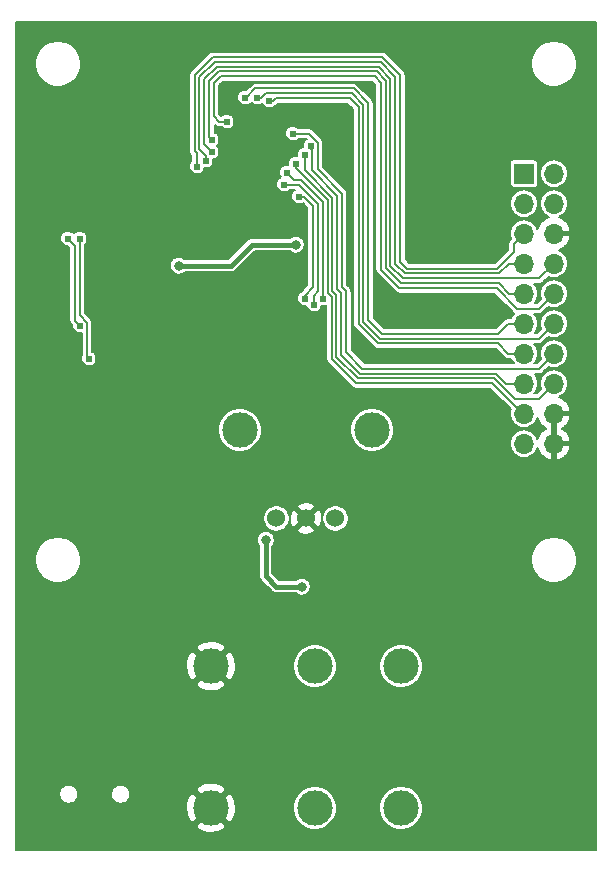
<source format=gbl>
G04 #@! TF.FileFunction,Copper,L2,Bot,Signal*
%FSLAX46Y46*%
G04 Gerber Fmt 4.6, Leading zero omitted, Abs format (unit mm)*
G04 Created by KiCad (PCBNEW 4.0.7-e2-6376~61~ubuntu18.04.1) date Sat Nov 30 19:21:56 2019*
%MOMM*%
%LPD*%
G01*
G04 APERTURE LIST*
%ADD10C,0.100000*%
%ADD11R,1.700000X1.700000*%
%ADD12O,1.700000X1.700000*%
%ADD13C,3.000000*%
%ADD14C,1.524000*%
%ADD15C,0.812800*%
%ADD16C,0.609600*%
%ADD17C,0.406400*%
%ADD18C,0.203200*%
G04 APERTURE END LIST*
D10*
D11*
X165888000Y-76800000D03*
D12*
X168428000Y-76800000D03*
X165888000Y-79340000D03*
X168428000Y-79340000D03*
X165888000Y-81880000D03*
X168428000Y-81880000D03*
X165888000Y-84420000D03*
X168428000Y-84420000D03*
X165888000Y-86960000D03*
X168428000Y-86960000D03*
X165888000Y-89500000D03*
X168428000Y-89500000D03*
X165888000Y-92040000D03*
X168428000Y-92040000D03*
X165888000Y-94580000D03*
X168428000Y-94580000D03*
X165888000Y-97120000D03*
X168428000Y-97120000D03*
X165888000Y-99660000D03*
X168428000Y-99660000D03*
D13*
X155478000Y-118500000D03*
X139378000Y-118500000D03*
X148178000Y-118500000D03*
X155478000Y-130500000D03*
X139378000Y-130500000D03*
X148178000Y-130500000D03*
D14*
X144928000Y-106000000D03*
X147428000Y-106000000D03*
X149928000Y-106000000D03*
D13*
X141828000Y-98500000D03*
X153028000Y-98500000D03*
D15*
X154940000Y-92456000D03*
X144272000Y-73660000D03*
X145796000Y-78740000D03*
X143637000Y-78740000D03*
X145288000Y-86360000D03*
X131318000Y-96266000D03*
X131318000Y-93980000D03*
X128270000Y-93726000D03*
X135636000Y-91440000D03*
X136652000Y-84582000D03*
X146558000Y-82804000D03*
X147066000Y-111760000D03*
X144018000Y-107831952D03*
D16*
X138176000Y-76200000D03*
X147320000Y-87376000D03*
X146812000Y-78740000D03*
X146558000Y-75946000D03*
X147320000Y-75184000D03*
X147828000Y-74422000D03*
X143256000Y-70358000D03*
X142240000Y-70358000D03*
X140716000Y-72390000D03*
X139446000Y-73914000D03*
X139446000Y-74930000D03*
X138938000Y-75692000D03*
X146304000Y-73406000D03*
X144272000Y-70612000D03*
X128270000Y-89662000D03*
X127254000Y-82296000D03*
X129032000Y-92456000D03*
X128270000Y-82296000D03*
X145796000Y-76708000D03*
X148844000Y-87376000D03*
X148082000Y-87884000D03*
X145542000Y-77724000D03*
D17*
X146558000Y-82804000D02*
X142850001Y-82804000D01*
X142850001Y-82804000D02*
X141072001Y-84582000D01*
X141072001Y-84582000D02*
X136652000Y-84582000D01*
X147066000Y-111760000D02*
X144922089Y-111760000D01*
X144922089Y-111760000D02*
X144018000Y-110855911D01*
X144018000Y-110855911D02*
X144018000Y-107831952D01*
X165888000Y-99660000D02*
X166024000Y-99660000D01*
D18*
X138176000Y-76200000D02*
X138176000Y-75084937D01*
X155400619Y-84241435D02*
X155995184Y-84836000D01*
X138176000Y-75084937D02*
X138001502Y-74910439D01*
X138001502Y-74910439D02*
X138001502Y-68450003D01*
X155995184Y-84836000D02*
X163620169Y-84836000D01*
X163620169Y-84836000D02*
X165002531Y-83453638D01*
X138001502Y-68450003D02*
X139529794Y-66921711D01*
X153902320Y-66921711D02*
X155400619Y-68420010D01*
X165002531Y-82765469D02*
X165888000Y-81880000D01*
X139529794Y-66921711D02*
X153902320Y-66921711D01*
X155400619Y-68420010D02*
X155400619Y-84241435D01*
X165002531Y-83453638D02*
X165002531Y-82765469D01*
X148007307Y-86434693D02*
X147320000Y-87122000D01*
X147320000Y-87122000D02*
X147320000Y-87376000D01*
X148007307Y-86331179D02*
X148007307Y-86434693D01*
X146812000Y-78740000D02*
X147234979Y-78740000D01*
X147234979Y-78740000D02*
X148007307Y-79512328D01*
X148007307Y-79512328D02*
X148007307Y-86331179D01*
X146558000Y-75946000D02*
X146558000Y-76308194D01*
X146558000Y-76308194D02*
X149255230Y-79005424D01*
X149255230Y-79005424D02*
X149255230Y-86924932D01*
X149255230Y-86924932D02*
X149606000Y-87275702D01*
X149606000Y-87275702D02*
X149606000Y-92486132D01*
X149606000Y-92486132D02*
X151665266Y-94545398D01*
X151665266Y-94545398D02*
X163215679Y-94545398D01*
X163215679Y-94545398D02*
X165698281Y-97028000D01*
X165698281Y-97028000D02*
X165796000Y-97028000D01*
X165796000Y-97028000D02*
X165888000Y-97120000D01*
X147320000Y-75184000D02*
X147320000Y-76492123D01*
X147320000Y-76492123D02*
X149663762Y-78835885D01*
X149663762Y-78835885D02*
X149663762Y-86753624D01*
X149663762Y-86753624D02*
X150012516Y-87102378D01*
X150012516Y-87102378D02*
X150012516Y-92308385D01*
X150012516Y-92308385D02*
X151841006Y-94136875D01*
X165105254Y-95859798D02*
X167147655Y-95859798D01*
X168427453Y-94580000D02*
X168428000Y-94580000D01*
X151841006Y-94136875D02*
X163382331Y-94136875D01*
X163382331Y-94136875D02*
X165105254Y-95859798D01*
X167147655Y-95859798D02*
X168427453Y-94580000D01*
X147828000Y-74422000D02*
X147828000Y-74676000D01*
X150420553Y-86930576D02*
X150420553Y-92132160D01*
X147828000Y-74676000D02*
X147929669Y-74777669D01*
X147929669Y-74777669D02*
X147929669Y-76518604D01*
X150420553Y-92132160D02*
X152016746Y-93728353D01*
X163550946Y-93728353D02*
X164402593Y-94580000D01*
X147929669Y-76518604D02*
X150072294Y-78661229D01*
X150072294Y-78661229D02*
X150072294Y-86582317D01*
X150072294Y-86582317D02*
X150420553Y-86930576D01*
X152016746Y-93728353D02*
X163550946Y-93728353D01*
X164402593Y-94580000D02*
X165888000Y-94580000D01*
X143256000Y-70358000D02*
X143654325Y-70358000D01*
X143654325Y-70358000D02*
X144011452Y-70000873D01*
X152283886Y-89381948D02*
X153666024Y-90764086D01*
X167155149Y-90764086D02*
X168419235Y-89500000D01*
X144011452Y-70000873D02*
X151299232Y-70000873D01*
X151299232Y-70000873D02*
X152283886Y-70985527D01*
X152283886Y-70985527D02*
X152283886Y-89381948D01*
X153666024Y-90764086D02*
X167155149Y-90764086D01*
X168419235Y-89500000D02*
X168428000Y-89500000D01*
X142240000Y-70358000D02*
X142389144Y-70358000D01*
X151467601Y-69593448D02*
X152691010Y-70816857D01*
X142389144Y-70358000D02*
X143153696Y-69593448D01*
X143153696Y-69593448D02*
X151467601Y-69593448D01*
X152691010Y-89209821D02*
X153827654Y-90346465D01*
X152691010Y-70816857D02*
X152691010Y-89209821D01*
X153827654Y-90346465D02*
X163679223Y-90346465D01*
X163679223Y-90346465D02*
X164525688Y-89500000D01*
X164525688Y-89500000D02*
X165888000Y-89500000D01*
X140716000Y-72390000D02*
X140085551Y-72390000D01*
X140085551Y-72390000D02*
X139642045Y-71946494D01*
X139642045Y-69120131D02*
X140200077Y-68562099D01*
X163563076Y-86498033D02*
X165289380Y-88224337D01*
X139642045Y-71946494D02*
X139642045Y-69120131D01*
X153238188Y-68562099D02*
X153766433Y-69090344D01*
X165289380Y-88224337D02*
X167152892Y-88224337D01*
X140200077Y-68562099D02*
X153238188Y-68562099D01*
X168417229Y-86960000D02*
X168428000Y-86960000D01*
X153766433Y-69090344D02*
X153766433Y-84926861D01*
X153766433Y-84926861D02*
X155337605Y-86498033D01*
X155337605Y-86498033D02*
X163563076Y-86498033D01*
X167152892Y-88224337D02*
X168417229Y-86960000D01*
X139446000Y-73914000D02*
X139234712Y-73702712D01*
X139234712Y-73702712D02*
X139234712Y-68952200D01*
X139234712Y-68952200D02*
X140037049Y-68149863D01*
X164603372Y-86960000D02*
X165888000Y-86960000D01*
X140037049Y-68149863D02*
X153400998Y-68149863D01*
X153400998Y-68149863D02*
X154174048Y-68922913D01*
X154174048Y-68922913D02*
X154174048Y-84756051D01*
X154174048Y-84756051D02*
X155504806Y-86086809D01*
X155504806Y-86086809D02*
X163730181Y-86086809D01*
X163730181Y-86086809D02*
X164603372Y-86960000D01*
X139446000Y-74930000D02*
X138827297Y-74311297D01*
X138827297Y-68781711D02*
X139867177Y-67741831D01*
X139867177Y-67741831D02*
X153572014Y-67741831D01*
X167169272Y-85679586D02*
X168428000Y-84420858D01*
X168428000Y-84420858D02*
X168428000Y-84420000D01*
X138827297Y-74311297D02*
X138827297Y-68781711D01*
X153572014Y-67741831D02*
X154584024Y-68753841D01*
X154584024Y-68753841D02*
X154584024Y-84587603D01*
X155676007Y-85679586D02*
X167169272Y-85679586D01*
X154584024Y-84587603D02*
X155676007Y-85679586D01*
X138938000Y-75692000D02*
X138938000Y-75270900D01*
X138938000Y-75270900D02*
X138413579Y-74746479D01*
X139695217Y-67333608D02*
X153739004Y-67333608D01*
X154991476Y-84415514D02*
X155832120Y-85256158D01*
X138413579Y-74746479D02*
X138413579Y-68615246D01*
X138413579Y-68615246D02*
X139695217Y-67333608D01*
X154991476Y-68586080D02*
X154991476Y-84415514D01*
X153739004Y-67333608D02*
X154991476Y-68586080D01*
X155832120Y-85256158D02*
X163787228Y-85256158D01*
X163787228Y-85256158D02*
X164623386Y-84420000D01*
X164623386Y-84420000D02*
X165888000Y-84420000D01*
X168428000Y-92040000D02*
X168428000Y-92045930D01*
X150480826Y-86411010D02*
X150480826Y-78491689D01*
X147674731Y-73406000D02*
X146304000Y-73406000D01*
X168428000Y-92045930D02*
X167159770Y-93314160D01*
X167159770Y-93314160D02*
X152206798Y-93314160D01*
X152206798Y-93314160D02*
X150828590Y-91935952D01*
X150828590Y-91935952D02*
X150828590Y-86758774D01*
X148437874Y-76448737D02*
X148437874Y-74169143D01*
X150828590Y-86758774D02*
X150480826Y-86411010D01*
X150480826Y-78491689D02*
X148437874Y-76448737D01*
X148437874Y-74169143D02*
X147674731Y-73406000D01*
X165888000Y-92040000D02*
X164551653Y-92040000D01*
X164551653Y-92040000D02*
X163689285Y-91177632D01*
X163689285Y-91177632D02*
X153501025Y-91177632D01*
X153501025Y-91177632D02*
X151877460Y-89554067D01*
X151126910Y-70410779D02*
X144850056Y-70410779D01*
X151877460Y-89554067D02*
X151877460Y-71161329D01*
X151877460Y-71161329D02*
X151126910Y-70410779D01*
X144850056Y-70410779D02*
X144648835Y-70612000D01*
X144648835Y-70612000D02*
X144272000Y-70612000D01*
X127254000Y-82296000D02*
X127857081Y-82899081D01*
X127857081Y-82899081D02*
X127857081Y-89249081D01*
X127857081Y-89249081D02*
X128270000Y-89662000D01*
X128270000Y-82296000D02*
X128270000Y-88794021D01*
X128883230Y-89407251D02*
X128883230Y-92307230D01*
X128270000Y-88794021D02*
X128883230Y-89407251D01*
X128883230Y-92307230D02*
X129032000Y-92456000D01*
X148844000Y-87376000D02*
X148843388Y-87375388D01*
X148843388Y-87375388D02*
X148843388Y-79176770D01*
X148843388Y-79176770D02*
X146982215Y-77315597D01*
X146982215Y-77315597D02*
X146403597Y-77315597D01*
X146403597Y-77315597D02*
X145796000Y-76708000D01*
X148082000Y-87122000D02*
X148082000Y-87884000D01*
X148427745Y-86776255D02*
X148082000Y-87122000D01*
X145796000Y-77724000D02*
X146812000Y-77724000D01*
X146812000Y-77724000D02*
X148427745Y-79339745D01*
X148427745Y-79339745D02*
X148427745Y-86776255D01*
G36*
X171997400Y-134069400D02*
X122858600Y-134069400D01*
X122858600Y-131994749D01*
X138098777Y-131994749D01*
X138258527Y-132300102D01*
X138631220Y-132483912D01*
X139032610Y-132591481D01*
X139447275Y-132618676D01*
X139859277Y-132564452D01*
X140252784Y-132430892D01*
X140497473Y-132300102D01*
X140657223Y-131994749D01*
X139378000Y-130715526D01*
X138098777Y-131994749D01*
X122858600Y-131994749D01*
X122858600Y-130569275D01*
X137259324Y-130569275D01*
X137313548Y-130981277D01*
X137447108Y-131374784D01*
X137577898Y-131619473D01*
X137883251Y-131779223D01*
X139162474Y-130500000D01*
X139593526Y-130500000D01*
X140872749Y-131779223D01*
X141178102Y-131619473D01*
X141361912Y-131246780D01*
X141469481Y-130845390D01*
X141481900Y-130656024D01*
X146319961Y-130656024D01*
X146385653Y-131013947D01*
X146519614Y-131352295D01*
X146716742Y-131658178D01*
X146969530Y-131919948D01*
X147268348Y-132127631D01*
X147601814Y-132273319D01*
X147957227Y-132351462D01*
X148321049Y-132359083D01*
X148679422Y-132295892D01*
X149018696Y-132164296D01*
X149325949Y-131969308D01*
X149589476Y-131718354D01*
X149799241Y-131420993D01*
X149947253Y-131088552D01*
X150027875Y-130733694D01*
X150028959Y-130656024D01*
X153619961Y-130656024D01*
X153685653Y-131013947D01*
X153819614Y-131352295D01*
X154016742Y-131658178D01*
X154269530Y-131919948D01*
X154568348Y-132127631D01*
X154901814Y-132273319D01*
X155257227Y-132351462D01*
X155621049Y-132359083D01*
X155979422Y-132295892D01*
X156318696Y-132164296D01*
X156625949Y-131969308D01*
X156889476Y-131718354D01*
X157099241Y-131420993D01*
X157247253Y-131088552D01*
X157327875Y-130733694D01*
X157333679Y-130318049D01*
X157262997Y-129961078D01*
X157124325Y-129624634D01*
X156922944Y-129321532D01*
X156666527Y-129063318D01*
X156364838Y-128859827D01*
X156029371Y-128718809D01*
X155672901Y-128645636D01*
X155309008Y-128643096D01*
X154951552Y-128711284D01*
X154614148Y-128847604D01*
X154309648Y-129046864D01*
X154049650Y-129301472D01*
X153844058Y-129601733D01*
X153700702Y-129936208D01*
X153625042Y-130292157D01*
X153619961Y-130656024D01*
X150028959Y-130656024D01*
X150033679Y-130318049D01*
X149962997Y-129961078D01*
X149824325Y-129624634D01*
X149622944Y-129321532D01*
X149366527Y-129063318D01*
X149064838Y-128859827D01*
X148729371Y-128718809D01*
X148372901Y-128645636D01*
X148009008Y-128643096D01*
X147651552Y-128711284D01*
X147314148Y-128847604D01*
X147009648Y-129046864D01*
X146749650Y-129301472D01*
X146544058Y-129601733D01*
X146400702Y-129936208D01*
X146325042Y-130292157D01*
X146319961Y-130656024D01*
X141481900Y-130656024D01*
X141496676Y-130430725D01*
X141442452Y-130018723D01*
X141308892Y-129625216D01*
X141178102Y-129380527D01*
X140872749Y-129220777D01*
X139593526Y-130500000D01*
X139162474Y-130500000D01*
X137883251Y-129220777D01*
X137577898Y-129380527D01*
X137394088Y-129753220D01*
X137286519Y-130154610D01*
X137259324Y-130569275D01*
X122858600Y-130569275D01*
X122858600Y-129407737D01*
X126533341Y-129407737D01*
X126561861Y-129563128D01*
X126620019Y-129710020D01*
X126705602Y-129842818D01*
X126815348Y-129956464D01*
X126945079Y-130046629D01*
X127089851Y-130109878D01*
X127244152Y-130143804D01*
X127402104Y-130147112D01*
X127557690Y-130119678D01*
X127704984Y-130062546D01*
X127838377Y-129977893D01*
X127952786Y-129868943D01*
X128043854Y-129739845D01*
X128108113Y-129595517D01*
X128143115Y-129441457D01*
X128143585Y-129407737D01*
X130933341Y-129407737D01*
X130961861Y-129563128D01*
X131020019Y-129710020D01*
X131105602Y-129842818D01*
X131215348Y-129956464D01*
X131345079Y-130046629D01*
X131489851Y-130109878D01*
X131644152Y-130143804D01*
X131802104Y-130147112D01*
X131957690Y-130119678D01*
X132104984Y-130062546D01*
X132238377Y-129977893D01*
X132352786Y-129868943D01*
X132443854Y-129739845D01*
X132508113Y-129595517D01*
X132543115Y-129441457D01*
X132545635Y-129261007D01*
X132514948Y-129106029D01*
X132473411Y-129005251D01*
X138098777Y-129005251D01*
X139378000Y-130284474D01*
X140657223Y-129005251D01*
X140497473Y-128699898D01*
X140124780Y-128516088D01*
X139723390Y-128408519D01*
X139308725Y-128381324D01*
X138896723Y-128435548D01*
X138503216Y-128569108D01*
X138258527Y-128699898D01*
X138098777Y-129005251D01*
X132473411Y-129005251D01*
X132454744Y-128959964D01*
X132367316Y-128828374D01*
X132255993Y-128716271D01*
X132125017Y-128627926D01*
X131979375Y-128566704D01*
X131824616Y-128534937D01*
X131666633Y-128533834D01*
X131511445Y-128563437D01*
X131364963Y-128622620D01*
X131232765Y-128709127D01*
X131119889Y-128819665D01*
X131030631Y-128950021D01*
X130968394Y-129095232D01*
X130935547Y-129249766D01*
X130933341Y-129407737D01*
X128143585Y-129407737D01*
X128145635Y-129261007D01*
X128114948Y-129106029D01*
X128054744Y-128959964D01*
X127967316Y-128828374D01*
X127855993Y-128716271D01*
X127725017Y-128627926D01*
X127579375Y-128566704D01*
X127424616Y-128534937D01*
X127266633Y-128533834D01*
X127111445Y-128563437D01*
X126964963Y-128622620D01*
X126832765Y-128709127D01*
X126719889Y-128819665D01*
X126630631Y-128950021D01*
X126568394Y-129095232D01*
X126535547Y-129249766D01*
X126533341Y-129407737D01*
X122858600Y-129407737D01*
X122858600Y-119994749D01*
X138098777Y-119994749D01*
X138258527Y-120300102D01*
X138631220Y-120483912D01*
X139032610Y-120591481D01*
X139447275Y-120618676D01*
X139859277Y-120564452D01*
X140252784Y-120430892D01*
X140497473Y-120300102D01*
X140657223Y-119994749D01*
X139378000Y-118715526D01*
X138098777Y-119994749D01*
X122858600Y-119994749D01*
X122858600Y-118569275D01*
X137259324Y-118569275D01*
X137313548Y-118981277D01*
X137447108Y-119374784D01*
X137577898Y-119619473D01*
X137883251Y-119779223D01*
X139162474Y-118500000D01*
X139593526Y-118500000D01*
X140872749Y-119779223D01*
X141178102Y-119619473D01*
X141361912Y-119246780D01*
X141469481Y-118845390D01*
X141481900Y-118656024D01*
X146319961Y-118656024D01*
X146385653Y-119013947D01*
X146519614Y-119352295D01*
X146716742Y-119658178D01*
X146969530Y-119919948D01*
X147268348Y-120127631D01*
X147601814Y-120273319D01*
X147957227Y-120351462D01*
X148321049Y-120359083D01*
X148679422Y-120295892D01*
X149018696Y-120164296D01*
X149325949Y-119969308D01*
X149589476Y-119718354D01*
X149799241Y-119420993D01*
X149947253Y-119088552D01*
X150027875Y-118733694D01*
X150028959Y-118656024D01*
X153619961Y-118656024D01*
X153685653Y-119013947D01*
X153819614Y-119352295D01*
X154016742Y-119658178D01*
X154269530Y-119919948D01*
X154568348Y-120127631D01*
X154901814Y-120273319D01*
X155257227Y-120351462D01*
X155621049Y-120359083D01*
X155979422Y-120295892D01*
X156318696Y-120164296D01*
X156625949Y-119969308D01*
X156889476Y-119718354D01*
X157099241Y-119420993D01*
X157247253Y-119088552D01*
X157327875Y-118733694D01*
X157333679Y-118318049D01*
X157262997Y-117961078D01*
X157124325Y-117624634D01*
X156922944Y-117321532D01*
X156666527Y-117063318D01*
X156364838Y-116859827D01*
X156029371Y-116718809D01*
X155672901Y-116645636D01*
X155309008Y-116643096D01*
X154951552Y-116711284D01*
X154614148Y-116847604D01*
X154309648Y-117046864D01*
X154049650Y-117301472D01*
X153844058Y-117601733D01*
X153700702Y-117936208D01*
X153625042Y-118292157D01*
X153619961Y-118656024D01*
X150028959Y-118656024D01*
X150033679Y-118318049D01*
X149962997Y-117961078D01*
X149824325Y-117624634D01*
X149622944Y-117321532D01*
X149366527Y-117063318D01*
X149064838Y-116859827D01*
X148729371Y-116718809D01*
X148372901Y-116645636D01*
X148009008Y-116643096D01*
X147651552Y-116711284D01*
X147314148Y-116847604D01*
X147009648Y-117046864D01*
X146749650Y-117301472D01*
X146544058Y-117601733D01*
X146400702Y-117936208D01*
X146325042Y-118292157D01*
X146319961Y-118656024D01*
X141481900Y-118656024D01*
X141496676Y-118430725D01*
X141442452Y-118018723D01*
X141308892Y-117625216D01*
X141178102Y-117380527D01*
X140872749Y-117220777D01*
X139593526Y-118500000D01*
X139162474Y-118500000D01*
X137883251Y-117220777D01*
X137577898Y-117380527D01*
X137394088Y-117753220D01*
X137286519Y-118154610D01*
X137259324Y-118569275D01*
X122858600Y-118569275D01*
X122858600Y-117005251D01*
X138098777Y-117005251D01*
X139378000Y-118284474D01*
X140657223Y-117005251D01*
X140497473Y-116699898D01*
X140124780Y-116516088D01*
X139723390Y-116408519D01*
X139308725Y-116381324D01*
X138896723Y-116435548D01*
X138503216Y-116569108D01*
X138258527Y-116699898D01*
X138098777Y-117005251D01*
X122858600Y-117005251D01*
X122858600Y-109664432D01*
X124469830Y-109664432D01*
X124539061Y-110041644D01*
X124680242Y-110398226D01*
X124887994Y-110720594D01*
X125154404Y-110996470D01*
X125469326Y-111215346D01*
X125820762Y-111368885D01*
X126195329Y-111451239D01*
X126578758Y-111459270D01*
X126956444Y-111392674D01*
X127314002Y-111253986D01*
X127637813Y-111048490D01*
X127915542Y-110784012D01*
X128136611Y-110470626D01*
X128292600Y-110120270D01*
X128377567Y-109746288D01*
X128383684Y-109308244D01*
X128309192Y-108932035D01*
X128163047Y-108577459D01*
X127950814Y-108258023D01*
X127680578Y-107985894D01*
X127547339Y-107896023D01*
X143254998Y-107896023D01*
X143281974Y-108043004D01*
X143336985Y-108181946D01*
X143417936Y-108307557D01*
X143459200Y-108350287D01*
X143459200Y-110855911D01*
X143464241Y-110907325D01*
X143468736Y-110958702D01*
X143469555Y-110961521D01*
X143469842Y-110964449D01*
X143484767Y-111013881D01*
X143499162Y-111063431D01*
X143500515Y-111066041D01*
X143501364Y-111068853D01*
X143525586Y-111114408D01*
X143549351Y-111160255D01*
X143551185Y-111162552D01*
X143552564Y-111165146D01*
X143585175Y-111205131D01*
X143617390Y-111245487D01*
X143621421Y-111249574D01*
X143621492Y-111249661D01*
X143621573Y-111249728D01*
X143622869Y-111251042D01*
X144526958Y-112155131D01*
X144566832Y-112187884D01*
X144606385Y-112221073D01*
X144608960Y-112222489D01*
X144611231Y-112224354D01*
X144656711Y-112248740D01*
X144701954Y-112273613D01*
X144704756Y-112274502D01*
X144707345Y-112275890D01*
X144756673Y-112290971D01*
X144805908Y-112306589D01*
X144808831Y-112306917D01*
X144811638Y-112307775D01*
X144862952Y-112312988D01*
X144914287Y-112318746D01*
X144920028Y-112318786D01*
X144920139Y-112318797D01*
X144920242Y-112318787D01*
X144922089Y-112318800D01*
X146546277Y-112318800D01*
X146569743Y-112343100D01*
X146692452Y-112428385D01*
X146829390Y-112488212D01*
X146975340Y-112520301D01*
X147124743Y-112523430D01*
X147271908Y-112497481D01*
X147411231Y-112443441D01*
X147537404Y-112363370D01*
X147645621Y-112260316D01*
X147731761Y-112138205D01*
X147792542Y-112001688D01*
X147825649Y-111855966D01*
X147828033Y-111685282D01*
X147799007Y-111538692D01*
X147742061Y-111400532D01*
X147659365Y-111276063D01*
X147554067Y-111170028D01*
X147430179Y-111086465D01*
X147292420Y-111028556D01*
X147146036Y-110998508D01*
X146996604Y-110997464D01*
X146849815Y-111025466D01*
X146711260Y-111081445D01*
X146586218Y-111163271D01*
X146547486Y-111201200D01*
X145153551Y-111201200D01*
X144576800Y-110624449D01*
X144576800Y-109664432D01*
X166469830Y-109664432D01*
X166539061Y-110041644D01*
X166680242Y-110398226D01*
X166887994Y-110720594D01*
X167154404Y-110996470D01*
X167469326Y-111215346D01*
X167820762Y-111368885D01*
X168195329Y-111451239D01*
X168578758Y-111459270D01*
X168956444Y-111392674D01*
X169314002Y-111253986D01*
X169637813Y-111048490D01*
X169915542Y-110784012D01*
X170136611Y-110470626D01*
X170292600Y-110120270D01*
X170377567Y-109746288D01*
X170383684Y-109308244D01*
X170309192Y-108932035D01*
X170163047Y-108577459D01*
X169950814Y-108258023D01*
X169680578Y-107985894D01*
X169362631Y-107771436D01*
X169009085Y-107622819D01*
X168633405Y-107545703D01*
X168249901Y-107543025D01*
X167873182Y-107614889D01*
X167517595Y-107758555D01*
X167196685Y-107968553D01*
X166922675Y-108236882D01*
X166706003Y-108553324D01*
X166554921Y-108905824D01*
X166475184Y-109280957D01*
X166469830Y-109664432D01*
X144576800Y-109664432D01*
X144576800Y-108352096D01*
X144597621Y-108332268D01*
X144683761Y-108210157D01*
X144744542Y-108073640D01*
X144777649Y-107927918D01*
X144780033Y-107757234D01*
X144751007Y-107610644D01*
X144694061Y-107472484D01*
X144611365Y-107348015D01*
X144506067Y-107241980D01*
X144382179Y-107158417D01*
X144244420Y-107100508D01*
X144098036Y-107070460D01*
X143948604Y-107069416D01*
X143801815Y-107097418D01*
X143663260Y-107153397D01*
X143538218Y-107235223D01*
X143431450Y-107339778D01*
X143347023Y-107463079D01*
X143288154Y-107600431D01*
X143257085Y-107746602D01*
X143254998Y-107896023D01*
X127547339Y-107896023D01*
X127362631Y-107771436D01*
X127009085Y-107622819D01*
X126633405Y-107545703D01*
X126249901Y-107543025D01*
X125873182Y-107614889D01*
X125517595Y-107758555D01*
X125196685Y-107968553D01*
X124922675Y-108236882D01*
X124706003Y-108553324D01*
X124554921Y-108905824D01*
X124475184Y-109280957D01*
X124469830Y-109664432D01*
X122858600Y-109664432D01*
X122858600Y-106093971D01*
X143808931Y-106093971D01*
X143848495Y-106309543D01*
X143929178Y-106513325D01*
X144047906Y-106697554D01*
X144200156Y-106855214D01*
X144380130Y-106980298D01*
X144580971Y-107068044D01*
X144795031Y-107115108D01*
X145014156Y-107119698D01*
X145229999Y-107081639D01*
X145434339Y-107002381D01*
X145488773Y-106967836D01*
X146675690Y-106967836D01*
X146746155Y-107197758D01*
X146992927Y-107307764D01*
X147256419Y-107367515D01*
X147526505Y-107374712D01*
X147792806Y-107329080D01*
X148045086Y-107232373D01*
X148109845Y-107197758D01*
X148180310Y-106967836D01*
X147428000Y-106215526D01*
X146675690Y-106967836D01*
X145488773Y-106967836D01*
X145619393Y-106884942D01*
X145778112Y-106733797D01*
X145904450Y-106554701D01*
X145993595Y-106354476D01*
X146042153Y-106140750D01*
X146042742Y-106098505D01*
X146053288Y-106098505D01*
X146098920Y-106364806D01*
X146195627Y-106617086D01*
X146230242Y-106681845D01*
X146460164Y-106752310D01*
X147212474Y-106000000D01*
X147643526Y-106000000D01*
X148395836Y-106752310D01*
X148625758Y-106681845D01*
X148735764Y-106435073D01*
X148795515Y-106171581D01*
X148797583Y-106093971D01*
X148808931Y-106093971D01*
X148848495Y-106309543D01*
X148929178Y-106513325D01*
X149047906Y-106697554D01*
X149200156Y-106855214D01*
X149380130Y-106980298D01*
X149580971Y-107068044D01*
X149795031Y-107115108D01*
X150014156Y-107119698D01*
X150229999Y-107081639D01*
X150434339Y-107002381D01*
X150619393Y-106884942D01*
X150778112Y-106733797D01*
X150904450Y-106554701D01*
X150993595Y-106354476D01*
X151042153Y-106140750D01*
X151045648Y-105890414D01*
X151003077Y-105675415D01*
X150919557Y-105472780D01*
X150798269Y-105290226D01*
X150643832Y-105134707D01*
X150462130Y-105012148D01*
X150260083Y-104927215D01*
X150045386Y-104883144D01*
X149826219Y-104881614D01*
X149610928Y-104922683D01*
X149407715Y-105004786D01*
X149224319Y-105124797D01*
X149067726Y-105278144D01*
X148943901Y-105458987D01*
X148857559Y-105660436D01*
X148811991Y-105874819D01*
X148808931Y-106093971D01*
X148797583Y-106093971D01*
X148802712Y-105901495D01*
X148757080Y-105635194D01*
X148660373Y-105382914D01*
X148625758Y-105318155D01*
X148395836Y-105247690D01*
X147643526Y-106000000D01*
X147212474Y-106000000D01*
X146460164Y-105247690D01*
X146230242Y-105318155D01*
X146120236Y-105564927D01*
X146060485Y-105828419D01*
X146053288Y-106098505D01*
X146042742Y-106098505D01*
X146045648Y-105890414D01*
X146003077Y-105675415D01*
X145919557Y-105472780D01*
X145798269Y-105290226D01*
X145643832Y-105134707D01*
X145491806Y-105032164D01*
X146675690Y-105032164D01*
X147428000Y-105784474D01*
X148180310Y-105032164D01*
X148109845Y-104802242D01*
X147863073Y-104692236D01*
X147599581Y-104632485D01*
X147329495Y-104625288D01*
X147063194Y-104670920D01*
X146810914Y-104767627D01*
X146746155Y-104802242D01*
X146675690Y-105032164D01*
X145491806Y-105032164D01*
X145462130Y-105012148D01*
X145260083Y-104927215D01*
X145045386Y-104883144D01*
X144826219Y-104881614D01*
X144610928Y-104922683D01*
X144407715Y-105004786D01*
X144224319Y-105124797D01*
X144067726Y-105278144D01*
X143943901Y-105458987D01*
X143857559Y-105660436D01*
X143811991Y-105874819D01*
X143808931Y-106093971D01*
X122858600Y-106093971D01*
X122858600Y-98656024D01*
X139969961Y-98656024D01*
X140035653Y-99013947D01*
X140169614Y-99352295D01*
X140366742Y-99658178D01*
X140619530Y-99919948D01*
X140918348Y-100127631D01*
X141251814Y-100273319D01*
X141607227Y-100351462D01*
X141971049Y-100359083D01*
X142329422Y-100295892D01*
X142668696Y-100164296D01*
X142975949Y-99969308D01*
X143239476Y-99718354D01*
X143449241Y-99420993D01*
X143597253Y-99088552D01*
X143677875Y-98733694D01*
X143678959Y-98656024D01*
X151169961Y-98656024D01*
X151235653Y-99013947D01*
X151369614Y-99352295D01*
X151566742Y-99658178D01*
X151819530Y-99919948D01*
X152118348Y-100127631D01*
X152451814Y-100273319D01*
X152807227Y-100351462D01*
X153171049Y-100359083D01*
X153529422Y-100295892D01*
X153868696Y-100164296D01*
X154175949Y-99969308D01*
X154439476Y-99718354D01*
X154649241Y-99420993D01*
X154797253Y-99088552D01*
X154877875Y-98733694D01*
X154883679Y-98318049D01*
X154812997Y-97961078D01*
X154674325Y-97624634D01*
X154472944Y-97321532D01*
X154216527Y-97063318D01*
X153914838Y-96859827D01*
X153579371Y-96718809D01*
X153222901Y-96645636D01*
X152859008Y-96643096D01*
X152501552Y-96711284D01*
X152164148Y-96847604D01*
X151859648Y-97046864D01*
X151599650Y-97301472D01*
X151394058Y-97601733D01*
X151250702Y-97936208D01*
X151175042Y-98292157D01*
X151169961Y-98656024D01*
X143678959Y-98656024D01*
X143683679Y-98318049D01*
X143612997Y-97961078D01*
X143474325Y-97624634D01*
X143272944Y-97321532D01*
X143016527Y-97063318D01*
X142714838Y-96859827D01*
X142379371Y-96718809D01*
X142022901Y-96645636D01*
X141659008Y-96643096D01*
X141301552Y-96711284D01*
X140964148Y-96847604D01*
X140659648Y-97046864D01*
X140399650Y-97301472D01*
X140194058Y-97601733D01*
X140050702Y-97936208D01*
X139975042Y-98292157D01*
X139969961Y-98656024D01*
X122858600Y-98656024D01*
X122858600Y-82351528D01*
X126592732Y-82351528D01*
X126616112Y-82478912D01*
X126663788Y-82599328D01*
X126733945Y-82708191D01*
X126823911Y-82801353D01*
X126930259Y-82875267D01*
X127048938Y-82927116D01*
X127175428Y-82954927D01*
X127268294Y-82956872D01*
X127399881Y-83088459D01*
X127399881Y-89249081D01*
X127404003Y-89291124D01*
X127407683Y-89333184D01*
X127408353Y-89335491D01*
X127408588Y-89337885D01*
X127420785Y-89378281D01*
X127432577Y-89418871D01*
X127433686Y-89421010D01*
X127434379Y-89423306D01*
X127454193Y-89460571D01*
X127473641Y-89498090D01*
X127475139Y-89499966D01*
X127476269Y-89502092D01*
X127502998Y-89534865D01*
X127529309Y-89567824D01*
X127532604Y-89571166D01*
X127532665Y-89571240D01*
X127532734Y-89571297D01*
X127533792Y-89572370D01*
X127609699Y-89648277D01*
X127608732Y-89717528D01*
X127632112Y-89844912D01*
X127679788Y-89965328D01*
X127749945Y-90074191D01*
X127839911Y-90167353D01*
X127946259Y-90241267D01*
X128064938Y-90293116D01*
X128191428Y-90320927D01*
X128320910Y-90323639D01*
X128426030Y-90305104D01*
X128426030Y-92193373D01*
X128399467Y-92255349D01*
X128372541Y-92382030D01*
X128370732Y-92511528D01*
X128394112Y-92638912D01*
X128441788Y-92759328D01*
X128511945Y-92868191D01*
X128601911Y-92961353D01*
X128708259Y-93035267D01*
X128826938Y-93087116D01*
X128953428Y-93114927D01*
X129082910Y-93117639D01*
X129210454Y-93095150D01*
X129331200Y-93048315D01*
X129440550Y-92978920D01*
X129534338Y-92889607D01*
X129608992Y-92783777D01*
X129661669Y-92665463D01*
X129690362Y-92539171D01*
X129692428Y-92391244D01*
X129667272Y-92264200D01*
X129617920Y-92144461D01*
X129546249Y-92036589D01*
X129454991Y-91944691D01*
X129347622Y-91872270D01*
X129340430Y-91869247D01*
X129340430Y-89407251D01*
X129336308Y-89365208D01*
X129332628Y-89323148D01*
X129331958Y-89320841D01*
X129331723Y-89318447D01*
X129319526Y-89278051D01*
X129307734Y-89237461D01*
X129306625Y-89235322D01*
X129305932Y-89233026D01*
X129286115Y-89195755D01*
X129266670Y-89158242D01*
X129265172Y-89156366D01*
X129264042Y-89154240D01*
X129237288Y-89121436D01*
X129211001Y-89088508D01*
X129207708Y-89085168D01*
X129207646Y-89085092D01*
X129207576Y-89085034D01*
X129206519Y-89083962D01*
X128727200Y-88604643D01*
X128727200Y-84646071D01*
X135888998Y-84646071D01*
X135915974Y-84793052D01*
X135970985Y-84931994D01*
X136051936Y-85057605D01*
X136155743Y-85165100D01*
X136278452Y-85250385D01*
X136415390Y-85310212D01*
X136561340Y-85342301D01*
X136710743Y-85345430D01*
X136857908Y-85319481D01*
X136997231Y-85265441D01*
X137123404Y-85185370D01*
X137170207Y-85140800D01*
X141072001Y-85140800D01*
X141123415Y-85135759D01*
X141174792Y-85131264D01*
X141177611Y-85130445D01*
X141180539Y-85130158D01*
X141229971Y-85115233D01*
X141279521Y-85100838D01*
X141282131Y-85099485D01*
X141284943Y-85098636D01*
X141330498Y-85074414D01*
X141376345Y-85050649D01*
X141378642Y-85048815D01*
X141381236Y-85047436D01*
X141421221Y-85014825D01*
X141461577Y-84982610D01*
X141465664Y-84978579D01*
X141465751Y-84978508D01*
X141465818Y-84978427D01*
X141467132Y-84977131D01*
X143081463Y-83362800D01*
X146038277Y-83362800D01*
X146061743Y-83387100D01*
X146184452Y-83472385D01*
X146321390Y-83532212D01*
X146467340Y-83564301D01*
X146616743Y-83567430D01*
X146763908Y-83541481D01*
X146903231Y-83487441D01*
X147029404Y-83407370D01*
X147137621Y-83304316D01*
X147223761Y-83182205D01*
X147284542Y-83045688D01*
X147317649Y-82899966D01*
X147320033Y-82729282D01*
X147291007Y-82582692D01*
X147234061Y-82444532D01*
X147151365Y-82320063D01*
X147046067Y-82214028D01*
X146922179Y-82130465D01*
X146784420Y-82072556D01*
X146638036Y-82042508D01*
X146488604Y-82041464D01*
X146341815Y-82069466D01*
X146203260Y-82125445D01*
X146078218Y-82207271D01*
X146039486Y-82245200D01*
X142850001Y-82245200D01*
X142798583Y-82250241D01*
X142747210Y-82254736D01*
X142744391Y-82255555D01*
X142741463Y-82255842D01*
X142692031Y-82270767D01*
X142642481Y-82285162D01*
X142639871Y-82286515D01*
X142637059Y-82287364D01*
X142591504Y-82311586D01*
X142545657Y-82335351D01*
X142543360Y-82337185D01*
X142540766Y-82338564D01*
X142500781Y-82371175D01*
X142460425Y-82403390D01*
X142456338Y-82407421D01*
X142456251Y-82407492D01*
X142456184Y-82407573D01*
X142454870Y-82408869D01*
X140840539Y-84023200D01*
X137171022Y-84023200D01*
X137140067Y-83992028D01*
X137016179Y-83908465D01*
X136878420Y-83850556D01*
X136732036Y-83820508D01*
X136582604Y-83819464D01*
X136435815Y-83847466D01*
X136297260Y-83903445D01*
X136172218Y-83985271D01*
X136065450Y-84089826D01*
X135981023Y-84213127D01*
X135922154Y-84350479D01*
X135891085Y-84496650D01*
X135888998Y-84646071D01*
X128727200Y-84646071D01*
X128727200Y-82772591D01*
X128772338Y-82729607D01*
X128846992Y-82623777D01*
X128899669Y-82505463D01*
X128928362Y-82379171D01*
X128930428Y-82231244D01*
X128905272Y-82104200D01*
X128855920Y-81984461D01*
X128784249Y-81876589D01*
X128692991Y-81784691D01*
X128585622Y-81712270D01*
X128466230Y-81662082D01*
X128339365Y-81636040D01*
X128209857Y-81635136D01*
X128082640Y-81659404D01*
X127962559Y-81707920D01*
X127854189Y-81778835D01*
X127761657Y-81869449D01*
X127761454Y-81869746D01*
X127676991Y-81784691D01*
X127569622Y-81712270D01*
X127450230Y-81662082D01*
X127323365Y-81636040D01*
X127193857Y-81635136D01*
X127066640Y-81659404D01*
X126946559Y-81707920D01*
X126838189Y-81778835D01*
X126745657Y-81869449D01*
X126672487Y-81976311D01*
X126621467Y-82095349D01*
X126594541Y-82222030D01*
X126592732Y-82351528D01*
X122858600Y-82351528D01*
X122858600Y-76255528D01*
X137514732Y-76255528D01*
X137538112Y-76382912D01*
X137585788Y-76503328D01*
X137655945Y-76612191D01*
X137745911Y-76705353D01*
X137852259Y-76779267D01*
X137970938Y-76831116D01*
X138097428Y-76858927D01*
X138226910Y-76861639D01*
X138354454Y-76839150D01*
X138475200Y-76792315D01*
X138584550Y-76722920D01*
X138678338Y-76633607D01*
X138752992Y-76527777D01*
X138805669Y-76409463D01*
X138820893Y-76342454D01*
X138859428Y-76350927D01*
X138988910Y-76353639D01*
X139116454Y-76331150D01*
X139237200Y-76284315D01*
X139346550Y-76214920D01*
X139440338Y-76125607D01*
X139514992Y-76019777D01*
X139567669Y-75901463D01*
X139596362Y-75775171D01*
X139598428Y-75627244D01*
X139588191Y-75575544D01*
X139624454Y-75569150D01*
X139745200Y-75522315D01*
X139854550Y-75452920D01*
X139948338Y-75363607D01*
X140022992Y-75257777D01*
X140075669Y-75139463D01*
X140104362Y-75013171D01*
X140106428Y-74865244D01*
X140081272Y-74738200D01*
X140031920Y-74618461D01*
X139960249Y-74510589D01*
X139871276Y-74420992D01*
X139948338Y-74347607D01*
X140022992Y-74241777D01*
X140075669Y-74123463D01*
X140104362Y-73997171D01*
X140106428Y-73849244D01*
X140081272Y-73722200D01*
X140031920Y-73602461D01*
X139960249Y-73494589D01*
X139868991Y-73402691D01*
X139761622Y-73330270D01*
X139691912Y-73300966D01*
X139691912Y-72642939D01*
X139762262Y-72713289D01*
X139794890Y-72740091D01*
X139827248Y-72767242D01*
X139829354Y-72768400D01*
X139831212Y-72769926D01*
X139868407Y-72789870D01*
X139905441Y-72810229D01*
X139907736Y-72810957D01*
X139909851Y-72812091D01*
X139950207Y-72824429D01*
X139990494Y-72837209D01*
X139992882Y-72837477D01*
X139995182Y-72838180D01*
X140037214Y-72842449D01*
X140079167Y-72847155D01*
X140083868Y-72847188D01*
X140083955Y-72847197D01*
X140084036Y-72847189D01*
X140085551Y-72847200D01*
X140239410Y-72847200D01*
X140285911Y-72895353D01*
X140392259Y-72969267D01*
X140510938Y-73021116D01*
X140637428Y-73048927D01*
X140766910Y-73051639D01*
X140894454Y-73029150D01*
X141015200Y-72982315D01*
X141124550Y-72912920D01*
X141218338Y-72823607D01*
X141292992Y-72717777D01*
X141345669Y-72599463D01*
X141374362Y-72473171D01*
X141376428Y-72325244D01*
X141351272Y-72198200D01*
X141301920Y-72078461D01*
X141230249Y-71970589D01*
X141138991Y-71878691D01*
X141031622Y-71806270D01*
X140912230Y-71756082D01*
X140785365Y-71730040D01*
X140655857Y-71729136D01*
X140528640Y-71753404D01*
X140408559Y-71801920D01*
X140300189Y-71872835D01*
X140257130Y-71915001D01*
X140099245Y-71757116D01*
X140099245Y-69309509D01*
X140389456Y-69019299D01*
X153048810Y-69019299D01*
X153309233Y-69279722D01*
X153309233Y-84926861D01*
X153313355Y-84968904D01*
X153317035Y-85010964D01*
X153317705Y-85013271D01*
X153317940Y-85015665D01*
X153330137Y-85056061D01*
X153341929Y-85096651D01*
X153343038Y-85098790D01*
X153343731Y-85101086D01*
X153363548Y-85138357D01*
X153382993Y-85175870D01*
X153384491Y-85177746D01*
X153385621Y-85179872D01*
X153412350Y-85212645D01*
X153438661Y-85245604D01*
X153441956Y-85248946D01*
X153442017Y-85249020D01*
X153442086Y-85249077D01*
X153443144Y-85250150D01*
X155014316Y-86821322D01*
X155046949Y-86848128D01*
X155079302Y-86875275D01*
X155081407Y-86876432D01*
X155083267Y-86877960D01*
X155120479Y-86897913D01*
X155157495Y-86918262D01*
X155159790Y-86918990D01*
X155161905Y-86920124D01*
X155202302Y-86932475D01*
X155242548Y-86945242D01*
X155244931Y-86945509D01*
X155247236Y-86946214D01*
X155289362Y-86950493D01*
X155331221Y-86955188D01*
X155335911Y-86955221D01*
X155336009Y-86955231D01*
X155336100Y-86955222D01*
X155337605Y-86955233D01*
X163373698Y-86955233D01*
X164966091Y-88547627D01*
X164998754Y-88574457D01*
X165031077Y-88601579D01*
X165033182Y-88602736D01*
X165035042Y-88604264D01*
X165063402Y-88619470D01*
X165032660Y-88644542D01*
X164882679Y-88825837D01*
X164770769Y-89032811D01*
X164767677Y-89042800D01*
X164525688Y-89042800D01*
X164483645Y-89046922D01*
X164441585Y-89050602D01*
X164439278Y-89051272D01*
X164436884Y-89051507D01*
X164396488Y-89063704D01*
X164355898Y-89075496D01*
X164353759Y-89076605D01*
X164351463Y-89077298D01*
X164314192Y-89097115D01*
X164276679Y-89116560D01*
X164274803Y-89118058D01*
X164272677Y-89119188D01*
X164239873Y-89145942D01*
X164206945Y-89172229D01*
X164203605Y-89175522D01*
X164203529Y-89175584D01*
X164203471Y-89175654D01*
X164202399Y-89176711D01*
X163489845Y-89889265D01*
X154017032Y-89889265D01*
X153148210Y-89020443D01*
X153148210Y-70816857D01*
X153144087Y-70774810D01*
X153140408Y-70732755D01*
X153139738Y-70730448D01*
X153139503Y-70728053D01*
X153127298Y-70687631D01*
X153115514Y-70647068D01*
X153114406Y-70644930D01*
X153113712Y-70642632D01*
X153093886Y-70605343D01*
X153074450Y-70567848D01*
X153072952Y-70565972D01*
X153071822Y-70563846D01*
X153045093Y-70531073D01*
X153018782Y-70498114D01*
X153015483Y-70494768D01*
X153015426Y-70494698D01*
X153015361Y-70494645D01*
X153014300Y-70493568D01*
X151790890Y-69270159D01*
X151758262Y-69243357D01*
X151725904Y-69216206D01*
X151723798Y-69215048D01*
X151721940Y-69213522D01*
X151684745Y-69193578D01*
X151647711Y-69173219D01*
X151645416Y-69172491D01*
X151643301Y-69171357D01*
X151602904Y-69159006D01*
X151562658Y-69146239D01*
X151560275Y-69145972D01*
X151557970Y-69145267D01*
X151515844Y-69140988D01*
X151473985Y-69136293D01*
X151469295Y-69136260D01*
X151469197Y-69136250D01*
X151469106Y-69136259D01*
X151467601Y-69136248D01*
X143153696Y-69136248D01*
X143111649Y-69140371D01*
X143069594Y-69144050D01*
X143067287Y-69144720D01*
X143064892Y-69144955D01*
X143024483Y-69157155D01*
X142983906Y-69168944D01*
X142981767Y-69170053D01*
X142979471Y-69170746D01*
X142942200Y-69190563D01*
X142904687Y-69210008D01*
X142902811Y-69211506D01*
X142900685Y-69212636D01*
X142867912Y-69239365D01*
X142834953Y-69265676D01*
X142831611Y-69268971D01*
X142831537Y-69269032D01*
X142831480Y-69269101D01*
X142830407Y-69270159D01*
X142386660Y-69713906D01*
X142309365Y-69698040D01*
X142179857Y-69697136D01*
X142052640Y-69721404D01*
X141932559Y-69769920D01*
X141824189Y-69840835D01*
X141731657Y-69931449D01*
X141658487Y-70038311D01*
X141607467Y-70157349D01*
X141580541Y-70284030D01*
X141578732Y-70413528D01*
X141602112Y-70540912D01*
X141649788Y-70661328D01*
X141719945Y-70770191D01*
X141809911Y-70863353D01*
X141916259Y-70937267D01*
X142034938Y-70989116D01*
X142161428Y-71016927D01*
X142290910Y-71019639D01*
X142418454Y-70997150D01*
X142539200Y-70950315D01*
X142648550Y-70880920D01*
X142742338Y-70791607D01*
X142748369Y-70783057D01*
X142825911Y-70863353D01*
X142932259Y-70937267D01*
X143050938Y-70989116D01*
X143177428Y-71016927D01*
X143306910Y-71019639D01*
X143434454Y-70997150D01*
X143555200Y-70950315D01*
X143664550Y-70880920D01*
X143667175Y-70878420D01*
X143681788Y-70915328D01*
X143751945Y-71024191D01*
X143841911Y-71117353D01*
X143948259Y-71191267D01*
X144066938Y-71243116D01*
X144193428Y-71270927D01*
X144322910Y-71273639D01*
X144450454Y-71251150D01*
X144571200Y-71204315D01*
X144680550Y-71134920D01*
X144768487Y-71051179D01*
X144778035Y-71048296D01*
X144818625Y-71036504D01*
X144820764Y-71035395D01*
X144823060Y-71034702D01*
X144860331Y-71014885D01*
X144897844Y-70995440D01*
X144899720Y-70993942D01*
X144901846Y-70992812D01*
X144934619Y-70966083D01*
X144967578Y-70939772D01*
X144970920Y-70936477D01*
X144970994Y-70936416D01*
X144971051Y-70936347D01*
X144972124Y-70935289D01*
X145039434Y-70867979D01*
X150937532Y-70867979D01*
X151420260Y-71350707D01*
X151420260Y-89554067D01*
X151424382Y-89596110D01*
X151428062Y-89638170D01*
X151428732Y-89640477D01*
X151428967Y-89642871D01*
X151441164Y-89683267D01*
X151452956Y-89723857D01*
X151454065Y-89725996D01*
X151454758Y-89728292D01*
X151474575Y-89765563D01*
X151494020Y-89803076D01*
X151495518Y-89804952D01*
X151496648Y-89807078D01*
X151523377Y-89839851D01*
X151549688Y-89872810D01*
X151552983Y-89876152D01*
X151553044Y-89876226D01*
X151553113Y-89876283D01*
X151554171Y-89877356D01*
X153177736Y-91500921D01*
X153210369Y-91527727D01*
X153242722Y-91554874D01*
X153244827Y-91556031D01*
X153246687Y-91557559D01*
X153283899Y-91577512D01*
X153320915Y-91597861D01*
X153323210Y-91598589D01*
X153325325Y-91599723D01*
X153365722Y-91612074D01*
X153405968Y-91624841D01*
X153408351Y-91625108D01*
X153410656Y-91625813D01*
X153452782Y-91630092D01*
X153494641Y-91634787D01*
X153499331Y-91634820D01*
X153499429Y-91634830D01*
X153499520Y-91634821D01*
X153501025Y-91634832D01*
X163499907Y-91634832D01*
X164228364Y-92363290D01*
X164261027Y-92390120D01*
X164293350Y-92417242D01*
X164295455Y-92418399D01*
X164297315Y-92419927D01*
X164334509Y-92439869D01*
X164371543Y-92460229D01*
X164373840Y-92460958D01*
X164375954Y-92462091D01*
X164416336Y-92474438D01*
X164456596Y-92487209D01*
X164458979Y-92487476D01*
X164461284Y-92488181D01*
X164503410Y-92492460D01*
X164545269Y-92497155D01*
X164549959Y-92497188D01*
X164550057Y-92497198D01*
X164550148Y-92497189D01*
X164551653Y-92497200D01*
X164767268Y-92497200D01*
X164873364Y-92700142D01*
X164999449Y-92856960D01*
X152396177Y-92856960D01*
X151285790Y-91746574D01*
X151285790Y-86758774D01*
X151281667Y-86716727D01*
X151277988Y-86674672D01*
X151277318Y-86672365D01*
X151277083Y-86669970D01*
X151264878Y-86629548D01*
X151253094Y-86588985D01*
X151251986Y-86586847D01*
X151251292Y-86584549D01*
X151231466Y-86547260D01*
X151212030Y-86509765D01*
X151210532Y-86507889D01*
X151209402Y-86505763D01*
X151182673Y-86472990D01*
X151156362Y-86440031D01*
X151153063Y-86436685D01*
X151153006Y-86436615D01*
X151152941Y-86436562D01*
X151151880Y-86435485D01*
X150938026Y-86221632D01*
X150938026Y-78491689D01*
X150933904Y-78449646D01*
X150930224Y-78407586D01*
X150929554Y-78405279D01*
X150929319Y-78402885D01*
X150917108Y-78362442D01*
X150905329Y-78321899D01*
X150904223Y-78319764D01*
X150903528Y-78317464D01*
X150883693Y-78280158D01*
X150864266Y-78242680D01*
X150862768Y-78240804D01*
X150861638Y-78238678D01*
X150834904Y-78205899D01*
X150808597Y-78172945D01*
X150805299Y-78169600D01*
X150805242Y-78169530D01*
X150805177Y-78169477D01*
X150804115Y-78168399D01*
X148895074Y-76259359D01*
X148895074Y-74169143D01*
X148890952Y-74127100D01*
X148887272Y-74085040D01*
X148886602Y-74082733D01*
X148886367Y-74080339D01*
X148874170Y-74039943D01*
X148862378Y-73999353D01*
X148861269Y-73997214D01*
X148860576Y-73994918D01*
X148840759Y-73957647D01*
X148821314Y-73920134D01*
X148819816Y-73918258D01*
X148818686Y-73916132D01*
X148791932Y-73883328D01*
X148765645Y-73850400D01*
X148762352Y-73847060D01*
X148762290Y-73846984D01*
X148762220Y-73846926D01*
X148761163Y-73845854D01*
X147998020Y-73082711D01*
X147965392Y-73055909D01*
X147933034Y-73028758D01*
X147930928Y-73027600D01*
X147929070Y-73026074D01*
X147891875Y-73006130D01*
X147854841Y-72985771D01*
X147852546Y-72985043D01*
X147850431Y-72983909D01*
X147810034Y-72971558D01*
X147769788Y-72958791D01*
X147767405Y-72958524D01*
X147765100Y-72957819D01*
X147722974Y-72953540D01*
X147681115Y-72948845D01*
X147676425Y-72948812D01*
X147676327Y-72948802D01*
X147676236Y-72948811D01*
X147674731Y-72948800D01*
X146780723Y-72948800D01*
X146726991Y-72894691D01*
X146619622Y-72822270D01*
X146500230Y-72772082D01*
X146373365Y-72746040D01*
X146243857Y-72745136D01*
X146116640Y-72769404D01*
X145996559Y-72817920D01*
X145888189Y-72888835D01*
X145795657Y-72979449D01*
X145722487Y-73086311D01*
X145671467Y-73205349D01*
X145644541Y-73332030D01*
X145642732Y-73461528D01*
X145666112Y-73588912D01*
X145713788Y-73709328D01*
X145783945Y-73818191D01*
X145873911Y-73911353D01*
X145980259Y-73985267D01*
X146098938Y-74037116D01*
X146225428Y-74064927D01*
X146354910Y-74067639D01*
X146482454Y-74045150D01*
X146603200Y-73998315D01*
X146712550Y-73928920D01*
X146781563Y-73863200D01*
X147475814Y-73863200D01*
X147412189Y-73904835D01*
X147319657Y-73995449D01*
X147246487Y-74102311D01*
X147195467Y-74221349D01*
X147168541Y-74348030D01*
X147166732Y-74477528D01*
X147177970Y-74538757D01*
X147132640Y-74547404D01*
X147012559Y-74595920D01*
X146904189Y-74666835D01*
X146811657Y-74757449D01*
X146738487Y-74864311D01*
X146687467Y-74983349D01*
X146660541Y-75110030D01*
X146658732Y-75239528D01*
X146668831Y-75294552D01*
X146627365Y-75286040D01*
X146497857Y-75285136D01*
X146370640Y-75309404D01*
X146250559Y-75357920D01*
X146142189Y-75428835D01*
X146049657Y-75519449D01*
X145976487Y-75626311D01*
X145925467Y-75745349D01*
X145898541Y-75872030D01*
X145896732Y-76001528D01*
X145906831Y-76056552D01*
X145865365Y-76048040D01*
X145735857Y-76047136D01*
X145608640Y-76071404D01*
X145488559Y-76119920D01*
X145380189Y-76190835D01*
X145287657Y-76281449D01*
X145214487Y-76388311D01*
X145163467Y-76507349D01*
X145136541Y-76634030D01*
X145134732Y-76763528D01*
X145158112Y-76890912D01*
X145205788Y-77011328D01*
X145275438Y-77119404D01*
X145234559Y-77135920D01*
X145126189Y-77206835D01*
X145033657Y-77297449D01*
X144960487Y-77404311D01*
X144909467Y-77523349D01*
X144882541Y-77650030D01*
X144880732Y-77779528D01*
X144904112Y-77906912D01*
X144951788Y-78027328D01*
X145021945Y-78136191D01*
X145111911Y-78229353D01*
X145218259Y-78303267D01*
X145336938Y-78355116D01*
X145463428Y-78382927D01*
X145592910Y-78385639D01*
X145720454Y-78363150D01*
X145841200Y-78316315D01*
X145950550Y-78246920D01*
X146019563Y-78181200D01*
X146459814Y-78181200D01*
X146396189Y-78222835D01*
X146303657Y-78313449D01*
X146230487Y-78420311D01*
X146179467Y-78539349D01*
X146152541Y-78666030D01*
X146150732Y-78795528D01*
X146174112Y-78922912D01*
X146221788Y-79043328D01*
X146291945Y-79152191D01*
X146381911Y-79245353D01*
X146488259Y-79319267D01*
X146606938Y-79371116D01*
X146733428Y-79398927D01*
X146862910Y-79401639D01*
X146990454Y-79379150D01*
X147111200Y-79332315D01*
X147153727Y-79305326D01*
X147550107Y-79701706D01*
X147550107Y-86245315D01*
X146997927Y-86797495D01*
X146904189Y-86858835D01*
X146811657Y-86949449D01*
X146738487Y-87056311D01*
X146687467Y-87175349D01*
X146660541Y-87302030D01*
X146658732Y-87431528D01*
X146682112Y-87558912D01*
X146729788Y-87679328D01*
X146799945Y-87788191D01*
X146889911Y-87881353D01*
X146996259Y-87955267D01*
X147114938Y-88007116D01*
X147241428Y-88034927D01*
X147370910Y-88037639D01*
X147436613Y-88026054D01*
X147444112Y-88066912D01*
X147491788Y-88187328D01*
X147561945Y-88296191D01*
X147651911Y-88389353D01*
X147758259Y-88463267D01*
X147876938Y-88515116D01*
X148003428Y-88542927D01*
X148132910Y-88545639D01*
X148260454Y-88523150D01*
X148381200Y-88476315D01*
X148490550Y-88406920D01*
X148584338Y-88317607D01*
X148658992Y-88211777D01*
X148711669Y-88093463D01*
X148726893Y-88026454D01*
X148765428Y-88034927D01*
X148894910Y-88037639D01*
X149022454Y-88015150D01*
X149143200Y-87968315D01*
X149148800Y-87964761D01*
X149148800Y-92486132D01*
X149152922Y-92528175D01*
X149156602Y-92570235D01*
X149157272Y-92572542D01*
X149157507Y-92574936D01*
X149169704Y-92615332D01*
X149181496Y-92655922D01*
X149182605Y-92658061D01*
X149183298Y-92660357D01*
X149203115Y-92697628D01*
X149222560Y-92735141D01*
X149224058Y-92737017D01*
X149225188Y-92739143D01*
X149251917Y-92771916D01*
X149278228Y-92804875D01*
X149281523Y-92808217D01*
X149281584Y-92808291D01*
X149281653Y-92808348D01*
X149282711Y-92809421D01*
X151341977Y-94868687D01*
X151374583Y-94895470D01*
X151406963Y-94922640D01*
X151409072Y-94923799D01*
X151410928Y-94925324D01*
X151448102Y-94945256D01*
X151485156Y-94965627D01*
X151487451Y-94966355D01*
X151489566Y-94967489D01*
X151529963Y-94979840D01*
X151570209Y-94992607D01*
X151572592Y-94992874D01*
X151574897Y-94993579D01*
X151617023Y-94997858D01*
X151658882Y-95002553D01*
X151663572Y-95002586D01*
X151663670Y-95002596D01*
X151663761Y-95002587D01*
X151665266Y-95002598D01*
X163026301Y-95002598D01*
X164748489Y-96724786D01*
X164701191Y-96877580D01*
X164676596Y-97111583D01*
X164697921Y-97345907D01*
X164764354Y-97571626D01*
X164873364Y-97780142D01*
X165020799Y-97963514D01*
X165201043Y-98114757D01*
X165407231Y-98228110D01*
X165631509Y-98299255D01*
X165865334Y-98325482D01*
X165882167Y-98325600D01*
X165893833Y-98325600D01*
X166128002Y-98302640D01*
X166353251Y-98234633D01*
X166561002Y-98124170D01*
X166743340Y-97975458D01*
X166893321Y-97794163D01*
X167005231Y-97587189D01*
X167025450Y-97521873D01*
X167045911Y-97589338D01*
X167164031Y-97849952D01*
X167330724Y-98082514D01*
X167539585Y-98278087D01*
X167719603Y-98390000D01*
X167539585Y-98501913D01*
X167330724Y-98697486D01*
X167164031Y-98930048D01*
X167045911Y-99190662D01*
X167025876Y-99256722D01*
X167011646Y-99208374D01*
X166902636Y-98999858D01*
X166755201Y-98816486D01*
X166574957Y-98665243D01*
X166368769Y-98551890D01*
X166144491Y-98480745D01*
X165910666Y-98454518D01*
X165893833Y-98454400D01*
X165882167Y-98454400D01*
X165647998Y-98477360D01*
X165422749Y-98545367D01*
X165214998Y-98655830D01*
X165032660Y-98804542D01*
X164882679Y-98985837D01*
X164770769Y-99192811D01*
X164701191Y-99417580D01*
X164676596Y-99651583D01*
X164697921Y-99885907D01*
X164764354Y-100111626D01*
X164873364Y-100320142D01*
X165020799Y-100503514D01*
X165201043Y-100654757D01*
X165407231Y-100768110D01*
X165631509Y-100839255D01*
X165865334Y-100865482D01*
X165882167Y-100865600D01*
X165893833Y-100865600D01*
X166128002Y-100842640D01*
X166353251Y-100774633D01*
X166561002Y-100664170D01*
X166743340Y-100515458D01*
X166893321Y-100334163D01*
X167005231Y-100127189D01*
X167025450Y-100061873D01*
X167045911Y-100129338D01*
X167164031Y-100389952D01*
X167330724Y-100622514D01*
X167539585Y-100818087D01*
X167782587Y-100969156D01*
X168050392Y-101069915D01*
X168275600Y-100959228D01*
X168275600Y-99812400D01*
X168580400Y-99812400D01*
X168580400Y-100959228D01*
X168805608Y-101069915D01*
X169073413Y-100969156D01*
X169316415Y-100818087D01*
X169525276Y-100622514D01*
X169691969Y-100389952D01*
X169810089Y-100129338D01*
X169837910Y-100037607D01*
X169726286Y-99812400D01*
X168580400Y-99812400D01*
X168275600Y-99812400D01*
X168255600Y-99812400D01*
X168255600Y-99507600D01*
X168275600Y-99507600D01*
X168275600Y-97272400D01*
X168580400Y-97272400D01*
X168580400Y-99507600D01*
X169726286Y-99507600D01*
X169837910Y-99282393D01*
X169810089Y-99190662D01*
X169691969Y-98930048D01*
X169525276Y-98697486D01*
X169316415Y-98501913D01*
X169136397Y-98390000D01*
X169316415Y-98278087D01*
X169525276Y-98082514D01*
X169691969Y-97849952D01*
X169810089Y-97589338D01*
X169837910Y-97497607D01*
X169726286Y-97272400D01*
X168580400Y-97272400D01*
X168275600Y-97272400D01*
X168255600Y-97272400D01*
X168255600Y-96967600D01*
X168275600Y-96967600D01*
X168275600Y-96947600D01*
X168580400Y-96947600D01*
X168580400Y-96967600D01*
X169726286Y-96967600D01*
X169837910Y-96742393D01*
X169810089Y-96650662D01*
X169691969Y-96390048D01*
X169525276Y-96157486D01*
X169316415Y-95961913D01*
X169073413Y-95810844D01*
X168821842Y-95716193D01*
X168893251Y-95694633D01*
X169101002Y-95584170D01*
X169283340Y-95435458D01*
X169433321Y-95254163D01*
X169545231Y-95047189D01*
X169614809Y-94822420D01*
X169639404Y-94588417D01*
X169618079Y-94354093D01*
X169551646Y-94128374D01*
X169442636Y-93919858D01*
X169295201Y-93736486D01*
X169114957Y-93585243D01*
X168908769Y-93471890D01*
X168684491Y-93400745D01*
X168450666Y-93374518D01*
X168433833Y-93374400D01*
X168422167Y-93374400D01*
X168187998Y-93397360D01*
X167962749Y-93465367D01*
X167754998Y-93575830D01*
X167572660Y-93724542D01*
X167422679Y-93905837D01*
X167310769Y-94112811D01*
X167241191Y-94337580D01*
X167216596Y-94571583D01*
X167237921Y-94805907D01*
X167304354Y-95031626D01*
X167312901Y-95047974D01*
X166958277Y-95402598D01*
X166770524Y-95402598D01*
X166893321Y-95254163D01*
X167005231Y-95047189D01*
X167074809Y-94822420D01*
X167099404Y-94588417D01*
X167078079Y-94354093D01*
X167011646Y-94128374D01*
X166902636Y-93919858D01*
X166783240Y-93771360D01*
X167159770Y-93771360D01*
X167201813Y-93767238D01*
X167243873Y-93763558D01*
X167246180Y-93762888D01*
X167248574Y-93762653D01*
X167288970Y-93750456D01*
X167329560Y-93738664D01*
X167331699Y-93737555D01*
X167333995Y-93736862D01*
X167371266Y-93717045D01*
X167408779Y-93697600D01*
X167410655Y-93696102D01*
X167412781Y-93694972D01*
X167445554Y-93668243D01*
X167478513Y-93641932D01*
X167481855Y-93638637D01*
X167481929Y-93638576D01*
X167481986Y-93638507D01*
X167483059Y-93637449D01*
X167966337Y-93154171D01*
X168171509Y-93219255D01*
X168405334Y-93245482D01*
X168422167Y-93245600D01*
X168433833Y-93245600D01*
X168668002Y-93222640D01*
X168893251Y-93154633D01*
X169101002Y-93044170D01*
X169283340Y-92895458D01*
X169433321Y-92714163D01*
X169545231Y-92507189D01*
X169614809Y-92282420D01*
X169639404Y-92048417D01*
X169618079Y-91814093D01*
X169551646Y-91588374D01*
X169442636Y-91379858D01*
X169295201Y-91196486D01*
X169114957Y-91045243D01*
X168908769Y-90931890D01*
X168684491Y-90860745D01*
X168450666Y-90834518D01*
X168433833Y-90834400D01*
X168422167Y-90834400D01*
X168187998Y-90857360D01*
X167962749Y-90925367D01*
X167754998Y-91035830D01*
X167572660Y-91184542D01*
X167422679Y-91365837D01*
X167310769Y-91572811D01*
X167241191Y-91797580D01*
X167216596Y-92031583D01*
X167237921Y-92265907D01*
X167304354Y-92491626D01*
X167315124Y-92512228D01*
X166970392Y-92856960D01*
X166775188Y-92856960D01*
X166893321Y-92714163D01*
X167005231Y-92507189D01*
X167074809Y-92282420D01*
X167099404Y-92048417D01*
X167078079Y-91814093D01*
X167011646Y-91588374D01*
X166902636Y-91379858D01*
X166775141Y-91221286D01*
X167155149Y-91221286D01*
X167197192Y-91217164D01*
X167239252Y-91213484D01*
X167241559Y-91212814D01*
X167243953Y-91212579D01*
X167284349Y-91200382D01*
X167324939Y-91188590D01*
X167327078Y-91187481D01*
X167329374Y-91186788D01*
X167366645Y-91166971D01*
X167404158Y-91147526D01*
X167406034Y-91146028D01*
X167408160Y-91144898D01*
X167440933Y-91118169D01*
X167473892Y-91091858D01*
X167477234Y-91088563D01*
X167477308Y-91088502D01*
X167477365Y-91088433D01*
X167478438Y-91087375D01*
X167955181Y-90610632D01*
X168171509Y-90679255D01*
X168405334Y-90705482D01*
X168422167Y-90705600D01*
X168433833Y-90705600D01*
X168668002Y-90682640D01*
X168893251Y-90614633D01*
X169101002Y-90504170D01*
X169283340Y-90355458D01*
X169433321Y-90174163D01*
X169545231Y-89967189D01*
X169614809Y-89742420D01*
X169639404Y-89508417D01*
X169618079Y-89274093D01*
X169551646Y-89048374D01*
X169442636Y-88839858D01*
X169295201Y-88656486D01*
X169114957Y-88505243D01*
X168908769Y-88391890D01*
X168684491Y-88320745D01*
X168450666Y-88294518D01*
X168433833Y-88294400D01*
X168422167Y-88294400D01*
X168187998Y-88317360D01*
X167962749Y-88385367D01*
X167754998Y-88495830D01*
X167572660Y-88644542D01*
X167422679Y-88825837D01*
X167310769Y-89032811D01*
X167241191Y-89257580D01*
X167216596Y-89491583D01*
X167237921Y-89725907D01*
X167304354Y-89951626D01*
X167310079Y-89962577D01*
X166965771Y-90306886D01*
X166783522Y-90306886D01*
X166893321Y-90174163D01*
X167005231Y-89967189D01*
X167074809Y-89742420D01*
X167099404Y-89508417D01*
X167078079Y-89274093D01*
X167011646Y-89048374D01*
X166902636Y-88839858D01*
X166775343Y-88681537D01*
X167152892Y-88681537D01*
X167194935Y-88677415D01*
X167236995Y-88673735D01*
X167239302Y-88673065D01*
X167241696Y-88672830D01*
X167282092Y-88660633D01*
X167322682Y-88648841D01*
X167324821Y-88647732D01*
X167327117Y-88647039D01*
X167364388Y-88627222D01*
X167401901Y-88607777D01*
X167403777Y-88606279D01*
X167405903Y-88605149D01*
X167438676Y-88578420D01*
X167471635Y-88552109D01*
X167474977Y-88548814D01*
X167475051Y-88548753D01*
X167475108Y-88548684D01*
X167476181Y-88547626D01*
X167953658Y-88070149D01*
X168171509Y-88139255D01*
X168405334Y-88165482D01*
X168422167Y-88165600D01*
X168433833Y-88165600D01*
X168668002Y-88142640D01*
X168893251Y-88074633D01*
X169101002Y-87964170D01*
X169283340Y-87815458D01*
X169433321Y-87634163D01*
X169545231Y-87427189D01*
X169614809Y-87202420D01*
X169639404Y-86968417D01*
X169618079Y-86734093D01*
X169551646Y-86508374D01*
X169442636Y-86299858D01*
X169295201Y-86116486D01*
X169114957Y-85965243D01*
X168908769Y-85851890D01*
X168684491Y-85780745D01*
X168450666Y-85754518D01*
X168433833Y-85754400D01*
X168422167Y-85754400D01*
X168187998Y-85777360D01*
X167962749Y-85845367D01*
X167754998Y-85955830D01*
X167572660Y-86104542D01*
X167422679Y-86285837D01*
X167310769Y-86492811D01*
X167241191Y-86717580D01*
X167216596Y-86951583D01*
X167237921Y-87185907D01*
X167304354Y-87411626D01*
X167309391Y-87421260D01*
X166963514Y-87767137D01*
X166783315Y-87767137D01*
X166893321Y-87634163D01*
X167005231Y-87427189D01*
X167074809Y-87202420D01*
X167099404Y-86968417D01*
X167078079Y-86734093D01*
X167011646Y-86508374D01*
X166902636Y-86299858D01*
X166771523Y-86136786D01*
X167169272Y-86136786D01*
X167211315Y-86132664D01*
X167253375Y-86128984D01*
X167255682Y-86128314D01*
X167258076Y-86128079D01*
X167298472Y-86115882D01*
X167339062Y-86104090D01*
X167341201Y-86102981D01*
X167343497Y-86102288D01*
X167380768Y-86082471D01*
X167418281Y-86063026D01*
X167420157Y-86061528D01*
X167422283Y-86060398D01*
X167455056Y-86033669D01*
X167488015Y-86007358D01*
X167491357Y-86004063D01*
X167491431Y-86004002D01*
X167491488Y-86003933D01*
X167492561Y-86002875D01*
X167962487Y-85532949D01*
X168171509Y-85599255D01*
X168405334Y-85625482D01*
X168422167Y-85625600D01*
X168433833Y-85625600D01*
X168668002Y-85602640D01*
X168893251Y-85534633D01*
X169101002Y-85424170D01*
X169283340Y-85275458D01*
X169433321Y-85094163D01*
X169545231Y-84887189D01*
X169614809Y-84662420D01*
X169639404Y-84428417D01*
X169618079Y-84194093D01*
X169551646Y-83968374D01*
X169442636Y-83759858D01*
X169295201Y-83576486D01*
X169114957Y-83425243D01*
X168908769Y-83311890D01*
X168821109Y-83284083D01*
X169073413Y-83189156D01*
X169316415Y-83038087D01*
X169525276Y-82842514D01*
X169691969Y-82609952D01*
X169810089Y-82349338D01*
X169837910Y-82257607D01*
X169726286Y-82032400D01*
X168580400Y-82032400D01*
X168580400Y-82052400D01*
X168275600Y-82052400D01*
X168275600Y-82032400D01*
X168255600Y-82032400D01*
X168255600Y-81727600D01*
X168275600Y-81727600D01*
X168275600Y-81707600D01*
X168580400Y-81707600D01*
X168580400Y-81727600D01*
X169726286Y-81727600D01*
X169837910Y-81502393D01*
X169810089Y-81410662D01*
X169691969Y-81150048D01*
X169525276Y-80917486D01*
X169316415Y-80721913D01*
X169073413Y-80570844D01*
X168821842Y-80476193D01*
X168893251Y-80454633D01*
X169101002Y-80344170D01*
X169283340Y-80195458D01*
X169433321Y-80014163D01*
X169545231Y-79807189D01*
X169614809Y-79582420D01*
X169639404Y-79348417D01*
X169618079Y-79114093D01*
X169551646Y-78888374D01*
X169442636Y-78679858D01*
X169295201Y-78496486D01*
X169114957Y-78345243D01*
X168908769Y-78231890D01*
X168684491Y-78160745D01*
X168450666Y-78134518D01*
X168433833Y-78134400D01*
X168422167Y-78134400D01*
X168187998Y-78157360D01*
X167962749Y-78225367D01*
X167754998Y-78335830D01*
X167572660Y-78484542D01*
X167422679Y-78665837D01*
X167310769Y-78872811D01*
X167241191Y-79097580D01*
X167216596Y-79331583D01*
X167237921Y-79565907D01*
X167304354Y-79791626D01*
X167413364Y-80000142D01*
X167560799Y-80183514D01*
X167741043Y-80334757D01*
X167947231Y-80448110D01*
X168034891Y-80475917D01*
X167782587Y-80570844D01*
X167539585Y-80721913D01*
X167330724Y-80917486D01*
X167164031Y-81150048D01*
X167045911Y-81410662D01*
X167025876Y-81476722D01*
X167011646Y-81428374D01*
X166902636Y-81219858D01*
X166755201Y-81036486D01*
X166574957Y-80885243D01*
X166368769Y-80771890D01*
X166144491Y-80700745D01*
X165910666Y-80674518D01*
X165893833Y-80674400D01*
X165882167Y-80674400D01*
X165647998Y-80697360D01*
X165422749Y-80765367D01*
X165214998Y-80875830D01*
X165032660Y-81024542D01*
X164882679Y-81205837D01*
X164770769Y-81412811D01*
X164701191Y-81637580D01*
X164676596Y-81871583D01*
X164697921Y-82105907D01*
X164764354Y-82331626D01*
X164773089Y-82348333D01*
X164679242Y-82442180D01*
X164652440Y-82474808D01*
X164625289Y-82507166D01*
X164624131Y-82509272D01*
X164622605Y-82511130D01*
X164602661Y-82548325D01*
X164582302Y-82585359D01*
X164581574Y-82587654D01*
X164580440Y-82589769D01*
X164568089Y-82630166D01*
X164555322Y-82670412D01*
X164555055Y-82672795D01*
X164554350Y-82675100D01*
X164550071Y-82717226D01*
X164545376Y-82759085D01*
X164545343Y-82763775D01*
X164545333Y-82763873D01*
X164545342Y-82763964D01*
X164545331Y-82765469D01*
X164545331Y-83264260D01*
X163430791Y-84378800D01*
X156184562Y-84378800D01*
X155857819Y-84052057D01*
X155857819Y-79331583D01*
X164676596Y-79331583D01*
X164697921Y-79565907D01*
X164764354Y-79791626D01*
X164873364Y-80000142D01*
X165020799Y-80183514D01*
X165201043Y-80334757D01*
X165407231Y-80448110D01*
X165631509Y-80519255D01*
X165865334Y-80545482D01*
X165882167Y-80545600D01*
X165893833Y-80545600D01*
X166128002Y-80522640D01*
X166353251Y-80454633D01*
X166561002Y-80344170D01*
X166743340Y-80195458D01*
X166893321Y-80014163D01*
X167005231Y-79807189D01*
X167074809Y-79582420D01*
X167099404Y-79348417D01*
X167078079Y-79114093D01*
X167011646Y-78888374D01*
X166902636Y-78679858D01*
X166755201Y-78496486D01*
X166574957Y-78345243D01*
X166368769Y-78231890D01*
X166144491Y-78160745D01*
X165910666Y-78134518D01*
X165893833Y-78134400D01*
X165882167Y-78134400D01*
X165647998Y-78157360D01*
X165422749Y-78225367D01*
X165214998Y-78335830D01*
X165032660Y-78484542D01*
X164882679Y-78665837D01*
X164770769Y-78872811D01*
X164701191Y-79097580D01*
X164676596Y-79331583D01*
X155857819Y-79331583D01*
X155857819Y-75950000D01*
X164680680Y-75950000D01*
X164680680Y-77650000D01*
X164685196Y-77706628D01*
X164714940Y-77802675D01*
X164770264Y-77886633D01*
X164846788Y-77951854D01*
X164938453Y-77993173D01*
X165038000Y-78007320D01*
X166738000Y-78007320D01*
X166794628Y-78002804D01*
X166890675Y-77973060D01*
X166974633Y-77917736D01*
X167039854Y-77841212D01*
X167081173Y-77749547D01*
X167095320Y-77650000D01*
X167095320Y-76791583D01*
X167216596Y-76791583D01*
X167237921Y-77025907D01*
X167304354Y-77251626D01*
X167413364Y-77460142D01*
X167560799Y-77643514D01*
X167741043Y-77794757D01*
X167947231Y-77908110D01*
X168171509Y-77979255D01*
X168405334Y-78005482D01*
X168422167Y-78005600D01*
X168433833Y-78005600D01*
X168668002Y-77982640D01*
X168893251Y-77914633D01*
X169101002Y-77804170D01*
X169283340Y-77655458D01*
X169433321Y-77474163D01*
X169545231Y-77267189D01*
X169614809Y-77042420D01*
X169639404Y-76808417D01*
X169618079Y-76574093D01*
X169551646Y-76348374D01*
X169442636Y-76139858D01*
X169295201Y-75956486D01*
X169114957Y-75805243D01*
X168908769Y-75691890D01*
X168684491Y-75620745D01*
X168450666Y-75594518D01*
X168433833Y-75594400D01*
X168422167Y-75594400D01*
X168187998Y-75617360D01*
X167962749Y-75685367D01*
X167754998Y-75795830D01*
X167572660Y-75944542D01*
X167422679Y-76125837D01*
X167310769Y-76332811D01*
X167241191Y-76557580D01*
X167216596Y-76791583D01*
X167095320Y-76791583D01*
X167095320Y-75950000D01*
X167090804Y-75893372D01*
X167061060Y-75797325D01*
X167005736Y-75713367D01*
X166929212Y-75648146D01*
X166837547Y-75606827D01*
X166738000Y-75592680D01*
X165038000Y-75592680D01*
X164981372Y-75597196D01*
X164885325Y-75626940D01*
X164801367Y-75682264D01*
X164736146Y-75758788D01*
X164694827Y-75850453D01*
X164680680Y-75950000D01*
X155857819Y-75950000D01*
X155857819Y-68420010D01*
X155853696Y-68377963D01*
X155850017Y-68335908D01*
X155849347Y-68333601D01*
X155849112Y-68331206D01*
X155836912Y-68290797D01*
X155825123Y-68250220D01*
X155824014Y-68248081D01*
X155823321Y-68245785D01*
X155803504Y-68208514D01*
X155784059Y-68171001D01*
X155782561Y-68169125D01*
X155781431Y-68166999D01*
X155754702Y-68134226D01*
X155728391Y-68101267D01*
X155725096Y-68097925D01*
X155725035Y-68097851D01*
X155724966Y-68097794D01*
X155723908Y-68096721D01*
X155291619Y-67664432D01*
X166469830Y-67664432D01*
X166539061Y-68041644D01*
X166680242Y-68398226D01*
X166887994Y-68720594D01*
X167154404Y-68996470D01*
X167469326Y-69215346D01*
X167820762Y-69368885D01*
X168195329Y-69451239D01*
X168578758Y-69459270D01*
X168956444Y-69392674D01*
X169314002Y-69253986D01*
X169637813Y-69048490D01*
X169915542Y-68784012D01*
X170136611Y-68470626D01*
X170292600Y-68120270D01*
X170377567Y-67746288D01*
X170383684Y-67308244D01*
X170309192Y-66932035D01*
X170163047Y-66577459D01*
X169950814Y-66258023D01*
X169680578Y-65985894D01*
X169362631Y-65771436D01*
X169009085Y-65622819D01*
X168633405Y-65545703D01*
X168249901Y-65543025D01*
X167873182Y-65614889D01*
X167517595Y-65758555D01*
X167196685Y-65968553D01*
X166922675Y-66236882D01*
X166706003Y-66553324D01*
X166554921Y-66905824D01*
X166475184Y-67280957D01*
X166469830Y-67664432D01*
X155291619Y-67664432D01*
X154225609Y-66598422D01*
X154192981Y-66571620D01*
X154160623Y-66544469D01*
X154158517Y-66543311D01*
X154156659Y-66541785D01*
X154119464Y-66521841D01*
X154082430Y-66501482D01*
X154080135Y-66500754D01*
X154078020Y-66499620D01*
X154037623Y-66487269D01*
X153997377Y-66474502D01*
X153994994Y-66474235D01*
X153992689Y-66473530D01*
X153950563Y-66469251D01*
X153908704Y-66464556D01*
X153904014Y-66464523D01*
X153903916Y-66464513D01*
X153903825Y-66464522D01*
X153902320Y-66464511D01*
X139529794Y-66464511D01*
X139487751Y-66468633D01*
X139445691Y-66472313D01*
X139443384Y-66472983D01*
X139440990Y-66473218D01*
X139400594Y-66485415D01*
X139360004Y-66497207D01*
X139357865Y-66498316D01*
X139355569Y-66499009D01*
X139318298Y-66518826D01*
X139280785Y-66538271D01*
X139278909Y-66539769D01*
X139276783Y-66540899D01*
X139243979Y-66567653D01*
X139211051Y-66593940D01*
X139207711Y-66597233D01*
X139207635Y-66597295D01*
X139207577Y-66597365D01*
X139206505Y-66598422D01*
X137678213Y-68126714D01*
X137651411Y-68159342D01*
X137624260Y-68191700D01*
X137623102Y-68193806D01*
X137621576Y-68195664D01*
X137601632Y-68232859D01*
X137581273Y-68269893D01*
X137580545Y-68272188D01*
X137579411Y-68274303D01*
X137567060Y-68314700D01*
X137554293Y-68354946D01*
X137554026Y-68357329D01*
X137553321Y-68359634D01*
X137549042Y-68401760D01*
X137544347Y-68443619D01*
X137544314Y-68448309D01*
X137544304Y-68448407D01*
X137544313Y-68448498D01*
X137544302Y-68450003D01*
X137544302Y-74910439D01*
X137548424Y-74952482D01*
X137552104Y-74994542D01*
X137552774Y-74996849D01*
X137553009Y-74999243D01*
X137565206Y-75039639D01*
X137576998Y-75080229D01*
X137578107Y-75082368D01*
X137578800Y-75084664D01*
X137598617Y-75121935D01*
X137618062Y-75159448D01*
X137619560Y-75161324D01*
X137620690Y-75163450D01*
X137647419Y-75196223D01*
X137673730Y-75229182D01*
X137677025Y-75232524D01*
X137677086Y-75232598D01*
X137677155Y-75232655D01*
X137678213Y-75233728D01*
X137718800Y-75274315D01*
X137718800Y-75723366D01*
X137667657Y-75773449D01*
X137594487Y-75880311D01*
X137543467Y-75999349D01*
X137516541Y-76126030D01*
X137514732Y-76255528D01*
X122858600Y-76255528D01*
X122858600Y-67664432D01*
X124469830Y-67664432D01*
X124539061Y-68041644D01*
X124680242Y-68398226D01*
X124887994Y-68720594D01*
X125154404Y-68996470D01*
X125469326Y-69215346D01*
X125820762Y-69368885D01*
X126195329Y-69451239D01*
X126578758Y-69459270D01*
X126956444Y-69392674D01*
X127314002Y-69253986D01*
X127637813Y-69048490D01*
X127915542Y-68784012D01*
X128136611Y-68470626D01*
X128292600Y-68120270D01*
X128377567Y-67746288D01*
X128383684Y-67308244D01*
X128309192Y-66932035D01*
X128163047Y-66577459D01*
X127950814Y-66258023D01*
X127680578Y-65985894D01*
X127362631Y-65771436D01*
X127009085Y-65622819D01*
X126633405Y-65545703D01*
X126249901Y-65543025D01*
X125873182Y-65614889D01*
X125517595Y-65758555D01*
X125196685Y-65968553D01*
X124922675Y-66236882D01*
X124706003Y-66553324D01*
X124554921Y-66905824D01*
X124475184Y-67280957D01*
X124469830Y-67664432D01*
X122858600Y-67664432D01*
X122858600Y-63930600D01*
X171997400Y-63930600D01*
X171997400Y-134069400D01*
X171997400Y-134069400D01*
G37*
X171997400Y-134069400D02*
X122858600Y-134069400D01*
X122858600Y-131994749D01*
X138098777Y-131994749D01*
X138258527Y-132300102D01*
X138631220Y-132483912D01*
X139032610Y-132591481D01*
X139447275Y-132618676D01*
X139859277Y-132564452D01*
X140252784Y-132430892D01*
X140497473Y-132300102D01*
X140657223Y-131994749D01*
X139378000Y-130715526D01*
X138098777Y-131994749D01*
X122858600Y-131994749D01*
X122858600Y-130569275D01*
X137259324Y-130569275D01*
X137313548Y-130981277D01*
X137447108Y-131374784D01*
X137577898Y-131619473D01*
X137883251Y-131779223D01*
X139162474Y-130500000D01*
X139593526Y-130500000D01*
X140872749Y-131779223D01*
X141178102Y-131619473D01*
X141361912Y-131246780D01*
X141469481Y-130845390D01*
X141481900Y-130656024D01*
X146319961Y-130656024D01*
X146385653Y-131013947D01*
X146519614Y-131352295D01*
X146716742Y-131658178D01*
X146969530Y-131919948D01*
X147268348Y-132127631D01*
X147601814Y-132273319D01*
X147957227Y-132351462D01*
X148321049Y-132359083D01*
X148679422Y-132295892D01*
X149018696Y-132164296D01*
X149325949Y-131969308D01*
X149589476Y-131718354D01*
X149799241Y-131420993D01*
X149947253Y-131088552D01*
X150027875Y-130733694D01*
X150028959Y-130656024D01*
X153619961Y-130656024D01*
X153685653Y-131013947D01*
X153819614Y-131352295D01*
X154016742Y-131658178D01*
X154269530Y-131919948D01*
X154568348Y-132127631D01*
X154901814Y-132273319D01*
X155257227Y-132351462D01*
X155621049Y-132359083D01*
X155979422Y-132295892D01*
X156318696Y-132164296D01*
X156625949Y-131969308D01*
X156889476Y-131718354D01*
X157099241Y-131420993D01*
X157247253Y-131088552D01*
X157327875Y-130733694D01*
X157333679Y-130318049D01*
X157262997Y-129961078D01*
X157124325Y-129624634D01*
X156922944Y-129321532D01*
X156666527Y-129063318D01*
X156364838Y-128859827D01*
X156029371Y-128718809D01*
X155672901Y-128645636D01*
X155309008Y-128643096D01*
X154951552Y-128711284D01*
X154614148Y-128847604D01*
X154309648Y-129046864D01*
X154049650Y-129301472D01*
X153844058Y-129601733D01*
X153700702Y-129936208D01*
X153625042Y-130292157D01*
X153619961Y-130656024D01*
X150028959Y-130656024D01*
X150033679Y-130318049D01*
X149962997Y-129961078D01*
X149824325Y-129624634D01*
X149622944Y-129321532D01*
X149366527Y-129063318D01*
X149064838Y-128859827D01*
X148729371Y-128718809D01*
X148372901Y-128645636D01*
X148009008Y-128643096D01*
X147651552Y-128711284D01*
X147314148Y-128847604D01*
X147009648Y-129046864D01*
X146749650Y-129301472D01*
X146544058Y-129601733D01*
X146400702Y-129936208D01*
X146325042Y-130292157D01*
X146319961Y-130656024D01*
X141481900Y-130656024D01*
X141496676Y-130430725D01*
X141442452Y-130018723D01*
X141308892Y-129625216D01*
X141178102Y-129380527D01*
X140872749Y-129220777D01*
X139593526Y-130500000D01*
X139162474Y-130500000D01*
X137883251Y-129220777D01*
X137577898Y-129380527D01*
X137394088Y-129753220D01*
X137286519Y-130154610D01*
X137259324Y-130569275D01*
X122858600Y-130569275D01*
X122858600Y-129407737D01*
X126533341Y-129407737D01*
X126561861Y-129563128D01*
X126620019Y-129710020D01*
X126705602Y-129842818D01*
X126815348Y-129956464D01*
X126945079Y-130046629D01*
X127089851Y-130109878D01*
X127244152Y-130143804D01*
X127402104Y-130147112D01*
X127557690Y-130119678D01*
X127704984Y-130062546D01*
X127838377Y-129977893D01*
X127952786Y-129868943D01*
X128043854Y-129739845D01*
X128108113Y-129595517D01*
X128143115Y-129441457D01*
X128143585Y-129407737D01*
X130933341Y-129407737D01*
X130961861Y-129563128D01*
X131020019Y-129710020D01*
X131105602Y-129842818D01*
X131215348Y-129956464D01*
X131345079Y-130046629D01*
X131489851Y-130109878D01*
X131644152Y-130143804D01*
X131802104Y-130147112D01*
X131957690Y-130119678D01*
X132104984Y-130062546D01*
X132238377Y-129977893D01*
X132352786Y-129868943D01*
X132443854Y-129739845D01*
X132508113Y-129595517D01*
X132543115Y-129441457D01*
X132545635Y-129261007D01*
X132514948Y-129106029D01*
X132473411Y-129005251D01*
X138098777Y-129005251D01*
X139378000Y-130284474D01*
X140657223Y-129005251D01*
X140497473Y-128699898D01*
X140124780Y-128516088D01*
X139723390Y-128408519D01*
X139308725Y-128381324D01*
X138896723Y-128435548D01*
X138503216Y-128569108D01*
X138258527Y-128699898D01*
X138098777Y-129005251D01*
X132473411Y-129005251D01*
X132454744Y-128959964D01*
X132367316Y-128828374D01*
X132255993Y-128716271D01*
X132125017Y-128627926D01*
X131979375Y-128566704D01*
X131824616Y-128534937D01*
X131666633Y-128533834D01*
X131511445Y-128563437D01*
X131364963Y-128622620D01*
X131232765Y-128709127D01*
X131119889Y-128819665D01*
X131030631Y-128950021D01*
X130968394Y-129095232D01*
X130935547Y-129249766D01*
X130933341Y-129407737D01*
X128143585Y-129407737D01*
X128145635Y-129261007D01*
X128114948Y-129106029D01*
X128054744Y-128959964D01*
X127967316Y-128828374D01*
X127855993Y-128716271D01*
X127725017Y-128627926D01*
X127579375Y-128566704D01*
X127424616Y-128534937D01*
X127266633Y-128533834D01*
X127111445Y-128563437D01*
X126964963Y-128622620D01*
X126832765Y-128709127D01*
X126719889Y-128819665D01*
X126630631Y-128950021D01*
X126568394Y-129095232D01*
X126535547Y-129249766D01*
X126533341Y-129407737D01*
X122858600Y-129407737D01*
X122858600Y-119994749D01*
X138098777Y-119994749D01*
X138258527Y-120300102D01*
X138631220Y-120483912D01*
X139032610Y-120591481D01*
X139447275Y-120618676D01*
X139859277Y-120564452D01*
X140252784Y-120430892D01*
X140497473Y-120300102D01*
X140657223Y-119994749D01*
X139378000Y-118715526D01*
X138098777Y-119994749D01*
X122858600Y-119994749D01*
X122858600Y-118569275D01*
X137259324Y-118569275D01*
X137313548Y-118981277D01*
X137447108Y-119374784D01*
X137577898Y-119619473D01*
X137883251Y-119779223D01*
X139162474Y-118500000D01*
X139593526Y-118500000D01*
X140872749Y-119779223D01*
X141178102Y-119619473D01*
X141361912Y-119246780D01*
X141469481Y-118845390D01*
X141481900Y-118656024D01*
X146319961Y-118656024D01*
X146385653Y-119013947D01*
X146519614Y-119352295D01*
X146716742Y-119658178D01*
X146969530Y-119919948D01*
X147268348Y-120127631D01*
X147601814Y-120273319D01*
X147957227Y-120351462D01*
X148321049Y-120359083D01*
X148679422Y-120295892D01*
X149018696Y-120164296D01*
X149325949Y-119969308D01*
X149589476Y-119718354D01*
X149799241Y-119420993D01*
X149947253Y-119088552D01*
X150027875Y-118733694D01*
X150028959Y-118656024D01*
X153619961Y-118656024D01*
X153685653Y-119013947D01*
X153819614Y-119352295D01*
X154016742Y-119658178D01*
X154269530Y-119919948D01*
X154568348Y-120127631D01*
X154901814Y-120273319D01*
X155257227Y-120351462D01*
X155621049Y-120359083D01*
X155979422Y-120295892D01*
X156318696Y-120164296D01*
X156625949Y-119969308D01*
X156889476Y-119718354D01*
X157099241Y-119420993D01*
X157247253Y-119088552D01*
X157327875Y-118733694D01*
X157333679Y-118318049D01*
X157262997Y-117961078D01*
X157124325Y-117624634D01*
X156922944Y-117321532D01*
X156666527Y-117063318D01*
X156364838Y-116859827D01*
X156029371Y-116718809D01*
X155672901Y-116645636D01*
X155309008Y-116643096D01*
X154951552Y-116711284D01*
X154614148Y-116847604D01*
X154309648Y-117046864D01*
X154049650Y-117301472D01*
X153844058Y-117601733D01*
X153700702Y-117936208D01*
X153625042Y-118292157D01*
X153619961Y-118656024D01*
X150028959Y-118656024D01*
X150033679Y-118318049D01*
X149962997Y-117961078D01*
X149824325Y-117624634D01*
X149622944Y-117321532D01*
X149366527Y-117063318D01*
X149064838Y-116859827D01*
X148729371Y-116718809D01*
X148372901Y-116645636D01*
X148009008Y-116643096D01*
X147651552Y-116711284D01*
X147314148Y-116847604D01*
X147009648Y-117046864D01*
X146749650Y-117301472D01*
X146544058Y-117601733D01*
X146400702Y-117936208D01*
X146325042Y-118292157D01*
X146319961Y-118656024D01*
X141481900Y-118656024D01*
X141496676Y-118430725D01*
X141442452Y-118018723D01*
X141308892Y-117625216D01*
X141178102Y-117380527D01*
X140872749Y-117220777D01*
X139593526Y-118500000D01*
X139162474Y-118500000D01*
X137883251Y-117220777D01*
X137577898Y-117380527D01*
X137394088Y-117753220D01*
X137286519Y-118154610D01*
X137259324Y-118569275D01*
X122858600Y-118569275D01*
X122858600Y-117005251D01*
X138098777Y-117005251D01*
X139378000Y-118284474D01*
X140657223Y-117005251D01*
X140497473Y-116699898D01*
X140124780Y-116516088D01*
X139723390Y-116408519D01*
X139308725Y-116381324D01*
X138896723Y-116435548D01*
X138503216Y-116569108D01*
X138258527Y-116699898D01*
X138098777Y-117005251D01*
X122858600Y-117005251D01*
X122858600Y-109664432D01*
X124469830Y-109664432D01*
X124539061Y-110041644D01*
X124680242Y-110398226D01*
X124887994Y-110720594D01*
X125154404Y-110996470D01*
X125469326Y-111215346D01*
X125820762Y-111368885D01*
X126195329Y-111451239D01*
X126578758Y-111459270D01*
X126956444Y-111392674D01*
X127314002Y-111253986D01*
X127637813Y-111048490D01*
X127915542Y-110784012D01*
X128136611Y-110470626D01*
X128292600Y-110120270D01*
X128377567Y-109746288D01*
X128383684Y-109308244D01*
X128309192Y-108932035D01*
X128163047Y-108577459D01*
X127950814Y-108258023D01*
X127680578Y-107985894D01*
X127547339Y-107896023D01*
X143254998Y-107896023D01*
X143281974Y-108043004D01*
X143336985Y-108181946D01*
X143417936Y-108307557D01*
X143459200Y-108350287D01*
X143459200Y-110855911D01*
X143464241Y-110907325D01*
X143468736Y-110958702D01*
X143469555Y-110961521D01*
X143469842Y-110964449D01*
X143484767Y-111013881D01*
X143499162Y-111063431D01*
X143500515Y-111066041D01*
X143501364Y-111068853D01*
X143525586Y-111114408D01*
X143549351Y-111160255D01*
X143551185Y-111162552D01*
X143552564Y-111165146D01*
X143585175Y-111205131D01*
X143617390Y-111245487D01*
X143621421Y-111249574D01*
X143621492Y-111249661D01*
X143621573Y-111249728D01*
X143622869Y-111251042D01*
X144526958Y-112155131D01*
X144566832Y-112187884D01*
X144606385Y-112221073D01*
X144608960Y-112222489D01*
X144611231Y-112224354D01*
X144656711Y-112248740D01*
X144701954Y-112273613D01*
X144704756Y-112274502D01*
X144707345Y-112275890D01*
X144756673Y-112290971D01*
X144805908Y-112306589D01*
X144808831Y-112306917D01*
X144811638Y-112307775D01*
X144862952Y-112312988D01*
X144914287Y-112318746D01*
X144920028Y-112318786D01*
X144920139Y-112318797D01*
X144920242Y-112318787D01*
X144922089Y-112318800D01*
X146546277Y-112318800D01*
X146569743Y-112343100D01*
X146692452Y-112428385D01*
X146829390Y-112488212D01*
X146975340Y-112520301D01*
X147124743Y-112523430D01*
X147271908Y-112497481D01*
X147411231Y-112443441D01*
X147537404Y-112363370D01*
X147645621Y-112260316D01*
X147731761Y-112138205D01*
X147792542Y-112001688D01*
X147825649Y-111855966D01*
X147828033Y-111685282D01*
X147799007Y-111538692D01*
X147742061Y-111400532D01*
X147659365Y-111276063D01*
X147554067Y-111170028D01*
X147430179Y-111086465D01*
X147292420Y-111028556D01*
X147146036Y-110998508D01*
X146996604Y-110997464D01*
X146849815Y-111025466D01*
X146711260Y-111081445D01*
X146586218Y-111163271D01*
X146547486Y-111201200D01*
X145153551Y-111201200D01*
X144576800Y-110624449D01*
X144576800Y-109664432D01*
X166469830Y-109664432D01*
X166539061Y-110041644D01*
X166680242Y-110398226D01*
X166887994Y-110720594D01*
X167154404Y-110996470D01*
X167469326Y-111215346D01*
X167820762Y-111368885D01*
X168195329Y-111451239D01*
X168578758Y-111459270D01*
X168956444Y-111392674D01*
X169314002Y-111253986D01*
X169637813Y-111048490D01*
X169915542Y-110784012D01*
X170136611Y-110470626D01*
X170292600Y-110120270D01*
X170377567Y-109746288D01*
X170383684Y-109308244D01*
X170309192Y-108932035D01*
X170163047Y-108577459D01*
X169950814Y-108258023D01*
X169680578Y-107985894D01*
X169362631Y-107771436D01*
X169009085Y-107622819D01*
X168633405Y-107545703D01*
X168249901Y-107543025D01*
X167873182Y-107614889D01*
X167517595Y-107758555D01*
X167196685Y-107968553D01*
X166922675Y-108236882D01*
X166706003Y-108553324D01*
X166554921Y-108905824D01*
X166475184Y-109280957D01*
X166469830Y-109664432D01*
X144576800Y-109664432D01*
X144576800Y-108352096D01*
X144597621Y-108332268D01*
X144683761Y-108210157D01*
X144744542Y-108073640D01*
X144777649Y-107927918D01*
X144780033Y-107757234D01*
X144751007Y-107610644D01*
X144694061Y-107472484D01*
X144611365Y-107348015D01*
X144506067Y-107241980D01*
X144382179Y-107158417D01*
X144244420Y-107100508D01*
X144098036Y-107070460D01*
X143948604Y-107069416D01*
X143801815Y-107097418D01*
X143663260Y-107153397D01*
X143538218Y-107235223D01*
X143431450Y-107339778D01*
X143347023Y-107463079D01*
X143288154Y-107600431D01*
X143257085Y-107746602D01*
X143254998Y-107896023D01*
X127547339Y-107896023D01*
X127362631Y-107771436D01*
X127009085Y-107622819D01*
X126633405Y-107545703D01*
X126249901Y-107543025D01*
X125873182Y-107614889D01*
X125517595Y-107758555D01*
X125196685Y-107968553D01*
X124922675Y-108236882D01*
X124706003Y-108553324D01*
X124554921Y-108905824D01*
X124475184Y-109280957D01*
X124469830Y-109664432D01*
X122858600Y-109664432D01*
X122858600Y-106093971D01*
X143808931Y-106093971D01*
X143848495Y-106309543D01*
X143929178Y-106513325D01*
X144047906Y-106697554D01*
X144200156Y-106855214D01*
X144380130Y-106980298D01*
X144580971Y-107068044D01*
X144795031Y-107115108D01*
X145014156Y-107119698D01*
X145229999Y-107081639D01*
X145434339Y-107002381D01*
X145488773Y-106967836D01*
X146675690Y-106967836D01*
X146746155Y-107197758D01*
X146992927Y-107307764D01*
X147256419Y-107367515D01*
X147526505Y-107374712D01*
X147792806Y-107329080D01*
X148045086Y-107232373D01*
X148109845Y-107197758D01*
X148180310Y-106967836D01*
X147428000Y-106215526D01*
X146675690Y-106967836D01*
X145488773Y-106967836D01*
X145619393Y-106884942D01*
X145778112Y-106733797D01*
X145904450Y-106554701D01*
X145993595Y-106354476D01*
X146042153Y-106140750D01*
X146042742Y-106098505D01*
X146053288Y-106098505D01*
X146098920Y-106364806D01*
X146195627Y-106617086D01*
X146230242Y-106681845D01*
X146460164Y-106752310D01*
X147212474Y-106000000D01*
X147643526Y-106000000D01*
X148395836Y-106752310D01*
X148625758Y-106681845D01*
X148735764Y-106435073D01*
X148795515Y-106171581D01*
X148797583Y-106093971D01*
X148808931Y-106093971D01*
X148848495Y-106309543D01*
X148929178Y-106513325D01*
X149047906Y-106697554D01*
X149200156Y-106855214D01*
X149380130Y-106980298D01*
X149580971Y-107068044D01*
X149795031Y-107115108D01*
X150014156Y-107119698D01*
X150229999Y-107081639D01*
X150434339Y-107002381D01*
X150619393Y-106884942D01*
X150778112Y-106733797D01*
X150904450Y-106554701D01*
X150993595Y-106354476D01*
X151042153Y-106140750D01*
X151045648Y-105890414D01*
X151003077Y-105675415D01*
X150919557Y-105472780D01*
X150798269Y-105290226D01*
X150643832Y-105134707D01*
X150462130Y-105012148D01*
X150260083Y-104927215D01*
X150045386Y-104883144D01*
X149826219Y-104881614D01*
X149610928Y-104922683D01*
X149407715Y-105004786D01*
X149224319Y-105124797D01*
X149067726Y-105278144D01*
X148943901Y-105458987D01*
X148857559Y-105660436D01*
X148811991Y-105874819D01*
X148808931Y-106093971D01*
X148797583Y-106093971D01*
X148802712Y-105901495D01*
X148757080Y-105635194D01*
X148660373Y-105382914D01*
X148625758Y-105318155D01*
X148395836Y-105247690D01*
X147643526Y-106000000D01*
X147212474Y-106000000D01*
X146460164Y-105247690D01*
X146230242Y-105318155D01*
X146120236Y-105564927D01*
X146060485Y-105828419D01*
X146053288Y-106098505D01*
X146042742Y-106098505D01*
X146045648Y-105890414D01*
X146003077Y-105675415D01*
X145919557Y-105472780D01*
X145798269Y-105290226D01*
X145643832Y-105134707D01*
X145491806Y-105032164D01*
X146675690Y-105032164D01*
X147428000Y-105784474D01*
X148180310Y-105032164D01*
X148109845Y-104802242D01*
X147863073Y-104692236D01*
X147599581Y-104632485D01*
X147329495Y-104625288D01*
X147063194Y-104670920D01*
X146810914Y-104767627D01*
X146746155Y-104802242D01*
X146675690Y-105032164D01*
X145491806Y-105032164D01*
X145462130Y-105012148D01*
X145260083Y-104927215D01*
X145045386Y-104883144D01*
X144826219Y-104881614D01*
X144610928Y-104922683D01*
X144407715Y-105004786D01*
X144224319Y-105124797D01*
X144067726Y-105278144D01*
X143943901Y-105458987D01*
X143857559Y-105660436D01*
X143811991Y-105874819D01*
X143808931Y-106093971D01*
X122858600Y-106093971D01*
X122858600Y-98656024D01*
X139969961Y-98656024D01*
X140035653Y-99013947D01*
X140169614Y-99352295D01*
X140366742Y-99658178D01*
X140619530Y-99919948D01*
X140918348Y-100127631D01*
X141251814Y-100273319D01*
X141607227Y-100351462D01*
X141971049Y-100359083D01*
X142329422Y-100295892D01*
X142668696Y-100164296D01*
X142975949Y-99969308D01*
X143239476Y-99718354D01*
X143449241Y-99420993D01*
X143597253Y-99088552D01*
X143677875Y-98733694D01*
X143678959Y-98656024D01*
X151169961Y-98656024D01*
X151235653Y-99013947D01*
X151369614Y-99352295D01*
X151566742Y-99658178D01*
X151819530Y-99919948D01*
X152118348Y-100127631D01*
X152451814Y-100273319D01*
X152807227Y-100351462D01*
X153171049Y-100359083D01*
X153529422Y-100295892D01*
X153868696Y-100164296D01*
X154175949Y-99969308D01*
X154439476Y-99718354D01*
X154649241Y-99420993D01*
X154797253Y-99088552D01*
X154877875Y-98733694D01*
X154883679Y-98318049D01*
X154812997Y-97961078D01*
X154674325Y-97624634D01*
X154472944Y-97321532D01*
X154216527Y-97063318D01*
X153914838Y-96859827D01*
X153579371Y-96718809D01*
X153222901Y-96645636D01*
X152859008Y-96643096D01*
X152501552Y-96711284D01*
X152164148Y-96847604D01*
X151859648Y-97046864D01*
X151599650Y-97301472D01*
X151394058Y-97601733D01*
X151250702Y-97936208D01*
X151175042Y-98292157D01*
X151169961Y-98656024D01*
X143678959Y-98656024D01*
X143683679Y-98318049D01*
X143612997Y-97961078D01*
X143474325Y-97624634D01*
X143272944Y-97321532D01*
X143016527Y-97063318D01*
X142714838Y-96859827D01*
X142379371Y-96718809D01*
X142022901Y-96645636D01*
X141659008Y-96643096D01*
X141301552Y-96711284D01*
X140964148Y-96847604D01*
X140659648Y-97046864D01*
X140399650Y-97301472D01*
X140194058Y-97601733D01*
X140050702Y-97936208D01*
X139975042Y-98292157D01*
X139969961Y-98656024D01*
X122858600Y-98656024D01*
X122858600Y-82351528D01*
X126592732Y-82351528D01*
X126616112Y-82478912D01*
X126663788Y-82599328D01*
X126733945Y-82708191D01*
X126823911Y-82801353D01*
X126930259Y-82875267D01*
X127048938Y-82927116D01*
X127175428Y-82954927D01*
X127268294Y-82956872D01*
X127399881Y-83088459D01*
X127399881Y-89249081D01*
X127404003Y-89291124D01*
X127407683Y-89333184D01*
X127408353Y-89335491D01*
X127408588Y-89337885D01*
X127420785Y-89378281D01*
X127432577Y-89418871D01*
X127433686Y-89421010D01*
X127434379Y-89423306D01*
X127454193Y-89460571D01*
X127473641Y-89498090D01*
X127475139Y-89499966D01*
X127476269Y-89502092D01*
X127502998Y-89534865D01*
X127529309Y-89567824D01*
X127532604Y-89571166D01*
X127532665Y-89571240D01*
X127532734Y-89571297D01*
X127533792Y-89572370D01*
X127609699Y-89648277D01*
X127608732Y-89717528D01*
X127632112Y-89844912D01*
X127679788Y-89965328D01*
X127749945Y-90074191D01*
X127839911Y-90167353D01*
X127946259Y-90241267D01*
X128064938Y-90293116D01*
X128191428Y-90320927D01*
X128320910Y-90323639D01*
X128426030Y-90305104D01*
X128426030Y-92193373D01*
X128399467Y-92255349D01*
X128372541Y-92382030D01*
X128370732Y-92511528D01*
X128394112Y-92638912D01*
X128441788Y-92759328D01*
X128511945Y-92868191D01*
X128601911Y-92961353D01*
X128708259Y-93035267D01*
X128826938Y-93087116D01*
X128953428Y-93114927D01*
X129082910Y-93117639D01*
X129210454Y-93095150D01*
X129331200Y-93048315D01*
X129440550Y-92978920D01*
X129534338Y-92889607D01*
X129608992Y-92783777D01*
X129661669Y-92665463D01*
X129690362Y-92539171D01*
X129692428Y-92391244D01*
X129667272Y-92264200D01*
X129617920Y-92144461D01*
X129546249Y-92036589D01*
X129454991Y-91944691D01*
X129347622Y-91872270D01*
X129340430Y-91869247D01*
X129340430Y-89407251D01*
X129336308Y-89365208D01*
X129332628Y-89323148D01*
X129331958Y-89320841D01*
X129331723Y-89318447D01*
X129319526Y-89278051D01*
X129307734Y-89237461D01*
X129306625Y-89235322D01*
X129305932Y-89233026D01*
X129286115Y-89195755D01*
X129266670Y-89158242D01*
X129265172Y-89156366D01*
X129264042Y-89154240D01*
X129237288Y-89121436D01*
X129211001Y-89088508D01*
X129207708Y-89085168D01*
X129207646Y-89085092D01*
X129207576Y-89085034D01*
X129206519Y-89083962D01*
X128727200Y-88604643D01*
X128727200Y-84646071D01*
X135888998Y-84646071D01*
X135915974Y-84793052D01*
X135970985Y-84931994D01*
X136051936Y-85057605D01*
X136155743Y-85165100D01*
X136278452Y-85250385D01*
X136415390Y-85310212D01*
X136561340Y-85342301D01*
X136710743Y-85345430D01*
X136857908Y-85319481D01*
X136997231Y-85265441D01*
X137123404Y-85185370D01*
X137170207Y-85140800D01*
X141072001Y-85140800D01*
X141123415Y-85135759D01*
X141174792Y-85131264D01*
X141177611Y-85130445D01*
X141180539Y-85130158D01*
X141229971Y-85115233D01*
X141279521Y-85100838D01*
X141282131Y-85099485D01*
X141284943Y-85098636D01*
X141330498Y-85074414D01*
X141376345Y-85050649D01*
X141378642Y-85048815D01*
X141381236Y-85047436D01*
X141421221Y-85014825D01*
X141461577Y-84982610D01*
X141465664Y-84978579D01*
X141465751Y-84978508D01*
X141465818Y-84978427D01*
X141467132Y-84977131D01*
X143081463Y-83362800D01*
X146038277Y-83362800D01*
X146061743Y-83387100D01*
X146184452Y-83472385D01*
X146321390Y-83532212D01*
X146467340Y-83564301D01*
X146616743Y-83567430D01*
X146763908Y-83541481D01*
X146903231Y-83487441D01*
X147029404Y-83407370D01*
X147137621Y-83304316D01*
X147223761Y-83182205D01*
X147284542Y-83045688D01*
X147317649Y-82899966D01*
X147320033Y-82729282D01*
X147291007Y-82582692D01*
X147234061Y-82444532D01*
X147151365Y-82320063D01*
X147046067Y-82214028D01*
X146922179Y-82130465D01*
X146784420Y-82072556D01*
X146638036Y-82042508D01*
X146488604Y-82041464D01*
X146341815Y-82069466D01*
X146203260Y-82125445D01*
X146078218Y-82207271D01*
X146039486Y-82245200D01*
X142850001Y-82245200D01*
X142798583Y-82250241D01*
X142747210Y-82254736D01*
X142744391Y-82255555D01*
X142741463Y-82255842D01*
X142692031Y-82270767D01*
X142642481Y-82285162D01*
X142639871Y-82286515D01*
X142637059Y-82287364D01*
X142591504Y-82311586D01*
X142545657Y-82335351D01*
X142543360Y-82337185D01*
X142540766Y-82338564D01*
X142500781Y-82371175D01*
X142460425Y-82403390D01*
X142456338Y-82407421D01*
X142456251Y-82407492D01*
X142456184Y-82407573D01*
X142454870Y-82408869D01*
X140840539Y-84023200D01*
X137171022Y-84023200D01*
X137140067Y-83992028D01*
X137016179Y-83908465D01*
X136878420Y-83850556D01*
X136732036Y-83820508D01*
X136582604Y-83819464D01*
X136435815Y-83847466D01*
X136297260Y-83903445D01*
X136172218Y-83985271D01*
X136065450Y-84089826D01*
X135981023Y-84213127D01*
X135922154Y-84350479D01*
X135891085Y-84496650D01*
X135888998Y-84646071D01*
X128727200Y-84646071D01*
X128727200Y-82772591D01*
X128772338Y-82729607D01*
X128846992Y-82623777D01*
X128899669Y-82505463D01*
X128928362Y-82379171D01*
X128930428Y-82231244D01*
X128905272Y-82104200D01*
X128855920Y-81984461D01*
X128784249Y-81876589D01*
X128692991Y-81784691D01*
X128585622Y-81712270D01*
X128466230Y-81662082D01*
X128339365Y-81636040D01*
X128209857Y-81635136D01*
X128082640Y-81659404D01*
X127962559Y-81707920D01*
X127854189Y-81778835D01*
X127761657Y-81869449D01*
X127761454Y-81869746D01*
X127676991Y-81784691D01*
X127569622Y-81712270D01*
X127450230Y-81662082D01*
X127323365Y-81636040D01*
X127193857Y-81635136D01*
X127066640Y-81659404D01*
X126946559Y-81707920D01*
X126838189Y-81778835D01*
X126745657Y-81869449D01*
X126672487Y-81976311D01*
X126621467Y-82095349D01*
X126594541Y-82222030D01*
X126592732Y-82351528D01*
X122858600Y-82351528D01*
X122858600Y-76255528D01*
X137514732Y-76255528D01*
X137538112Y-76382912D01*
X137585788Y-76503328D01*
X137655945Y-76612191D01*
X137745911Y-76705353D01*
X137852259Y-76779267D01*
X137970938Y-76831116D01*
X138097428Y-76858927D01*
X138226910Y-76861639D01*
X138354454Y-76839150D01*
X138475200Y-76792315D01*
X138584550Y-76722920D01*
X138678338Y-76633607D01*
X138752992Y-76527777D01*
X138805669Y-76409463D01*
X138820893Y-76342454D01*
X138859428Y-76350927D01*
X138988910Y-76353639D01*
X139116454Y-76331150D01*
X139237200Y-76284315D01*
X139346550Y-76214920D01*
X139440338Y-76125607D01*
X139514992Y-76019777D01*
X139567669Y-75901463D01*
X139596362Y-75775171D01*
X139598428Y-75627244D01*
X139588191Y-75575544D01*
X139624454Y-75569150D01*
X139745200Y-75522315D01*
X139854550Y-75452920D01*
X139948338Y-75363607D01*
X140022992Y-75257777D01*
X140075669Y-75139463D01*
X140104362Y-75013171D01*
X140106428Y-74865244D01*
X140081272Y-74738200D01*
X140031920Y-74618461D01*
X139960249Y-74510589D01*
X139871276Y-74420992D01*
X139948338Y-74347607D01*
X140022992Y-74241777D01*
X140075669Y-74123463D01*
X140104362Y-73997171D01*
X140106428Y-73849244D01*
X140081272Y-73722200D01*
X140031920Y-73602461D01*
X139960249Y-73494589D01*
X139868991Y-73402691D01*
X139761622Y-73330270D01*
X139691912Y-73300966D01*
X139691912Y-72642939D01*
X139762262Y-72713289D01*
X139794890Y-72740091D01*
X139827248Y-72767242D01*
X139829354Y-72768400D01*
X139831212Y-72769926D01*
X139868407Y-72789870D01*
X139905441Y-72810229D01*
X139907736Y-72810957D01*
X139909851Y-72812091D01*
X139950207Y-72824429D01*
X139990494Y-72837209D01*
X139992882Y-72837477D01*
X139995182Y-72838180D01*
X140037214Y-72842449D01*
X140079167Y-72847155D01*
X140083868Y-72847188D01*
X140083955Y-72847197D01*
X140084036Y-72847189D01*
X140085551Y-72847200D01*
X140239410Y-72847200D01*
X140285911Y-72895353D01*
X140392259Y-72969267D01*
X140510938Y-73021116D01*
X140637428Y-73048927D01*
X140766910Y-73051639D01*
X140894454Y-73029150D01*
X141015200Y-72982315D01*
X141124550Y-72912920D01*
X141218338Y-72823607D01*
X141292992Y-72717777D01*
X141345669Y-72599463D01*
X141374362Y-72473171D01*
X141376428Y-72325244D01*
X141351272Y-72198200D01*
X141301920Y-72078461D01*
X141230249Y-71970589D01*
X141138991Y-71878691D01*
X141031622Y-71806270D01*
X140912230Y-71756082D01*
X140785365Y-71730040D01*
X140655857Y-71729136D01*
X140528640Y-71753404D01*
X140408559Y-71801920D01*
X140300189Y-71872835D01*
X140257130Y-71915001D01*
X140099245Y-71757116D01*
X140099245Y-69309509D01*
X140389456Y-69019299D01*
X153048810Y-69019299D01*
X153309233Y-69279722D01*
X153309233Y-84926861D01*
X153313355Y-84968904D01*
X153317035Y-85010964D01*
X153317705Y-85013271D01*
X153317940Y-85015665D01*
X153330137Y-85056061D01*
X153341929Y-85096651D01*
X153343038Y-85098790D01*
X153343731Y-85101086D01*
X153363548Y-85138357D01*
X153382993Y-85175870D01*
X153384491Y-85177746D01*
X153385621Y-85179872D01*
X153412350Y-85212645D01*
X153438661Y-85245604D01*
X153441956Y-85248946D01*
X153442017Y-85249020D01*
X153442086Y-85249077D01*
X153443144Y-85250150D01*
X155014316Y-86821322D01*
X155046949Y-86848128D01*
X155079302Y-86875275D01*
X155081407Y-86876432D01*
X155083267Y-86877960D01*
X155120479Y-86897913D01*
X155157495Y-86918262D01*
X155159790Y-86918990D01*
X155161905Y-86920124D01*
X155202302Y-86932475D01*
X155242548Y-86945242D01*
X155244931Y-86945509D01*
X155247236Y-86946214D01*
X155289362Y-86950493D01*
X155331221Y-86955188D01*
X155335911Y-86955221D01*
X155336009Y-86955231D01*
X155336100Y-86955222D01*
X155337605Y-86955233D01*
X163373698Y-86955233D01*
X164966091Y-88547627D01*
X164998754Y-88574457D01*
X165031077Y-88601579D01*
X165033182Y-88602736D01*
X165035042Y-88604264D01*
X165063402Y-88619470D01*
X165032660Y-88644542D01*
X164882679Y-88825837D01*
X164770769Y-89032811D01*
X164767677Y-89042800D01*
X164525688Y-89042800D01*
X164483645Y-89046922D01*
X164441585Y-89050602D01*
X164439278Y-89051272D01*
X164436884Y-89051507D01*
X164396488Y-89063704D01*
X164355898Y-89075496D01*
X164353759Y-89076605D01*
X164351463Y-89077298D01*
X164314192Y-89097115D01*
X164276679Y-89116560D01*
X164274803Y-89118058D01*
X164272677Y-89119188D01*
X164239873Y-89145942D01*
X164206945Y-89172229D01*
X164203605Y-89175522D01*
X164203529Y-89175584D01*
X164203471Y-89175654D01*
X164202399Y-89176711D01*
X163489845Y-89889265D01*
X154017032Y-89889265D01*
X153148210Y-89020443D01*
X153148210Y-70816857D01*
X153144087Y-70774810D01*
X153140408Y-70732755D01*
X153139738Y-70730448D01*
X153139503Y-70728053D01*
X153127298Y-70687631D01*
X153115514Y-70647068D01*
X153114406Y-70644930D01*
X153113712Y-70642632D01*
X153093886Y-70605343D01*
X153074450Y-70567848D01*
X153072952Y-70565972D01*
X153071822Y-70563846D01*
X153045093Y-70531073D01*
X153018782Y-70498114D01*
X153015483Y-70494768D01*
X153015426Y-70494698D01*
X153015361Y-70494645D01*
X153014300Y-70493568D01*
X151790890Y-69270159D01*
X151758262Y-69243357D01*
X151725904Y-69216206D01*
X151723798Y-69215048D01*
X151721940Y-69213522D01*
X151684745Y-69193578D01*
X151647711Y-69173219D01*
X151645416Y-69172491D01*
X151643301Y-69171357D01*
X151602904Y-69159006D01*
X151562658Y-69146239D01*
X151560275Y-69145972D01*
X151557970Y-69145267D01*
X151515844Y-69140988D01*
X151473985Y-69136293D01*
X151469295Y-69136260D01*
X151469197Y-69136250D01*
X151469106Y-69136259D01*
X151467601Y-69136248D01*
X143153696Y-69136248D01*
X143111649Y-69140371D01*
X143069594Y-69144050D01*
X143067287Y-69144720D01*
X143064892Y-69144955D01*
X143024483Y-69157155D01*
X142983906Y-69168944D01*
X142981767Y-69170053D01*
X142979471Y-69170746D01*
X142942200Y-69190563D01*
X142904687Y-69210008D01*
X142902811Y-69211506D01*
X142900685Y-69212636D01*
X142867912Y-69239365D01*
X142834953Y-69265676D01*
X142831611Y-69268971D01*
X142831537Y-69269032D01*
X142831480Y-69269101D01*
X142830407Y-69270159D01*
X142386660Y-69713906D01*
X142309365Y-69698040D01*
X142179857Y-69697136D01*
X142052640Y-69721404D01*
X141932559Y-69769920D01*
X141824189Y-69840835D01*
X141731657Y-69931449D01*
X141658487Y-70038311D01*
X141607467Y-70157349D01*
X141580541Y-70284030D01*
X141578732Y-70413528D01*
X141602112Y-70540912D01*
X141649788Y-70661328D01*
X141719945Y-70770191D01*
X141809911Y-70863353D01*
X141916259Y-70937267D01*
X142034938Y-70989116D01*
X142161428Y-71016927D01*
X142290910Y-71019639D01*
X142418454Y-70997150D01*
X142539200Y-70950315D01*
X142648550Y-70880920D01*
X142742338Y-70791607D01*
X142748369Y-70783057D01*
X142825911Y-70863353D01*
X142932259Y-70937267D01*
X143050938Y-70989116D01*
X143177428Y-71016927D01*
X143306910Y-71019639D01*
X143434454Y-70997150D01*
X143555200Y-70950315D01*
X143664550Y-70880920D01*
X143667175Y-70878420D01*
X143681788Y-70915328D01*
X143751945Y-71024191D01*
X143841911Y-71117353D01*
X143948259Y-71191267D01*
X144066938Y-71243116D01*
X144193428Y-71270927D01*
X144322910Y-71273639D01*
X144450454Y-71251150D01*
X144571200Y-71204315D01*
X144680550Y-71134920D01*
X144768487Y-71051179D01*
X144778035Y-71048296D01*
X144818625Y-71036504D01*
X144820764Y-71035395D01*
X144823060Y-71034702D01*
X144860331Y-71014885D01*
X144897844Y-70995440D01*
X144899720Y-70993942D01*
X144901846Y-70992812D01*
X144934619Y-70966083D01*
X144967578Y-70939772D01*
X144970920Y-70936477D01*
X144970994Y-70936416D01*
X144971051Y-70936347D01*
X144972124Y-70935289D01*
X145039434Y-70867979D01*
X150937532Y-70867979D01*
X151420260Y-71350707D01*
X151420260Y-89554067D01*
X151424382Y-89596110D01*
X151428062Y-89638170D01*
X151428732Y-89640477D01*
X151428967Y-89642871D01*
X151441164Y-89683267D01*
X151452956Y-89723857D01*
X151454065Y-89725996D01*
X151454758Y-89728292D01*
X151474575Y-89765563D01*
X151494020Y-89803076D01*
X151495518Y-89804952D01*
X151496648Y-89807078D01*
X151523377Y-89839851D01*
X151549688Y-89872810D01*
X151552983Y-89876152D01*
X151553044Y-89876226D01*
X151553113Y-89876283D01*
X151554171Y-89877356D01*
X153177736Y-91500921D01*
X153210369Y-91527727D01*
X153242722Y-91554874D01*
X153244827Y-91556031D01*
X153246687Y-91557559D01*
X153283899Y-91577512D01*
X153320915Y-91597861D01*
X153323210Y-91598589D01*
X153325325Y-91599723D01*
X153365722Y-91612074D01*
X153405968Y-91624841D01*
X153408351Y-91625108D01*
X153410656Y-91625813D01*
X153452782Y-91630092D01*
X153494641Y-91634787D01*
X153499331Y-91634820D01*
X153499429Y-91634830D01*
X153499520Y-91634821D01*
X153501025Y-91634832D01*
X163499907Y-91634832D01*
X164228364Y-92363290D01*
X164261027Y-92390120D01*
X164293350Y-92417242D01*
X164295455Y-92418399D01*
X164297315Y-92419927D01*
X164334509Y-92439869D01*
X164371543Y-92460229D01*
X164373840Y-92460958D01*
X164375954Y-92462091D01*
X164416336Y-92474438D01*
X164456596Y-92487209D01*
X164458979Y-92487476D01*
X164461284Y-92488181D01*
X164503410Y-92492460D01*
X164545269Y-92497155D01*
X164549959Y-92497188D01*
X164550057Y-92497198D01*
X164550148Y-92497189D01*
X164551653Y-92497200D01*
X164767268Y-92497200D01*
X164873364Y-92700142D01*
X164999449Y-92856960D01*
X152396177Y-92856960D01*
X151285790Y-91746574D01*
X151285790Y-86758774D01*
X151281667Y-86716727D01*
X151277988Y-86674672D01*
X151277318Y-86672365D01*
X151277083Y-86669970D01*
X151264878Y-86629548D01*
X151253094Y-86588985D01*
X151251986Y-86586847D01*
X151251292Y-86584549D01*
X151231466Y-86547260D01*
X151212030Y-86509765D01*
X151210532Y-86507889D01*
X151209402Y-86505763D01*
X151182673Y-86472990D01*
X151156362Y-86440031D01*
X151153063Y-86436685D01*
X151153006Y-86436615D01*
X151152941Y-86436562D01*
X151151880Y-86435485D01*
X150938026Y-86221632D01*
X150938026Y-78491689D01*
X150933904Y-78449646D01*
X150930224Y-78407586D01*
X150929554Y-78405279D01*
X150929319Y-78402885D01*
X150917108Y-78362442D01*
X150905329Y-78321899D01*
X150904223Y-78319764D01*
X150903528Y-78317464D01*
X150883693Y-78280158D01*
X150864266Y-78242680D01*
X150862768Y-78240804D01*
X150861638Y-78238678D01*
X150834904Y-78205899D01*
X150808597Y-78172945D01*
X150805299Y-78169600D01*
X150805242Y-78169530D01*
X150805177Y-78169477D01*
X150804115Y-78168399D01*
X148895074Y-76259359D01*
X148895074Y-74169143D01*
X148890952Y-74127100D01*
X148887272Y-74085040D01*
X148886602Y-74082733D01*
X148886367Y-74080339D01*
X148874170Y-74039943D01*
X148862378Y-73999353D01*
X148861269Y-73997214D01*
X148860576Y-73994918D01*
X148840759Y-73957647D01*
X148821314Y-73920134D01*
X148819816Y-73918258D01*
X148818686Y-73916132D01*
X148791932Y-73883328D01*
X148765645Y-73850400D01*
X148762352Y-73847060D01*
X148762290Y-73846984D01*
X148762220Y-73846926D01*
X148761163Y-73845854D01*
X147998020Y-73082711D01*
X147965392Y-73055909D01*
X147933034Y-73028758D01*
X147930928Y-73027600D01*
X147929070Y-73026074D01*
X147891875Y-73006130D01*
X147854841Y-72985771D01*
X147852546Y-72985043D01*
X147850431Y-72983909D01*
X147810034Y-72971558D01*
X147769788Y-72958791D01*
X147767405Y-72958524D01*
X147765100Y-72957819D01*
X147722974Y-72953540D01*
X147681115Y-72948845D01*
X147676425Y-72948812D01*
X147676327Y-72948802D01*
X147676236Y-72948811D01*
X147674731Y-72948800D01*
X146780723Y-72948800D01*
X146726991Y-72894691D01*
X146619622Y-72822270D01*
X146500230Y-72772082D01*
X146373365Y-72746040D01*
X146243857Y-72745136D01*
X146116640Y-72769404D01*
X145996559Y-72817920D01*
X145888189Y-72888835D01*
X145795657Y-72979449D01*
X145722487Y-73086311D01*
X145671467Y-73205349D01*
X145644541Y-73332030D01*
X145642732Y-73461528D01*
X145666112Y-73588912D01*
X145713788Y-73709328D01*
X145783945Y-73818191D01*
X145873911Y-73911353D01*
X145980259Y-73985267D01*
X146098938Y-74037116D01*
X146225428Y-74064927D01*
X146354910Y-74067639D01*
X146482454Y-74045150D01*
X146603200Y-73998315D01*
X146712550Y-73928920D01*
X146781563Y-73863200D01*
X147475814Y-73863200D01*
X147412189Y-73904835D01*
X147319657Y-73995449D01*
X147246487Y-74102311D01*
X147195467Y-74221349D01*
X147168541Y-74348030D01*
X147166732Y-74477528D01*
X147177970Y-74538757D01*
X147132640Y-74547404D01*
X147012559Y-74595920D01*
X146904189Y-74666835D01*
X146811657Y-74757449D01*
X146738487Y-74864311D01*
X146687467Y-74983349D01*
X146660541Y-75110030D01*
X146658732Y-75239528D01*
X146668831Y-75294552D01*
X146627365Y-75286040D01*
X146497857Y-75285136D01*
X146370640Y-75309404D01*
X146250559Y-75357920D01*
X146142189Y-75428835D01*
X146049657Y-75519449D01*
X145976487Y-75626311D01*
X145925467Y-75745349D01*
X145898541Y-75872030D01*
X145896732Y-76001528D01*
X145906831Y-76056552D01*
X145865365Y-76048040D01*
X145735857Y-76047136D01*
X145608640Y-76071404D01*
X145488559Y-76119920D01*
X145380189Y-76190835D01*
X145287657Y-76281449D01*
X145214487Y-76388311D01*
X145163467Y-76507349D01*
X145136541Y-76634030D01*
X145134732Y-76763528D01*
X145158112Y-76890912D01*
X145205788Y-77011328D01*
X145275438Y-77119404D01*
X145234559Y-77135920D01*
X145126189Y-77206835D01*
X145033657Y-77297449D01*
X144960487Y-77404311D01*
X144909467Y-77523349D01*
X144882541Y-77650030D01*
X144880732Y-77779528D01*
X144904112Y-77906912D01*
X144951788Y-78027328D01*
X145021945Y-78136191D01*
X145111911Y-78229353D01*
X145218259Y-78303267D01*
X145336938Y-78355116D01*
X145463428Y-78382927D01*
X145592910Y-78385639D01*
X145720454Y-78363150D01*
X145841200Y-78316315D01*
X145950550Y-78246920D01*
X146019563Y-78181200D01*
X146459814Y-78181200D01*
X146396189Y-78222835D01*
X146303657Y-78313449D01*
X146230487Y-78420311D01*
X146179467Y-78539349D01*
X146152541Y-78666030D01*
X146150732Y-78795528D01*
X146174112Y-78922912D01*
X146221788Y-79043328D01*
X146291945Y-79152191D01*
X146381911Y-79245353D01*
X146488259Y-79319267D01*
X146606938Y-79371116D01*
X146733428Y-79398927D01*
X146862910Y-79401639D01*
X146990454Y-79379150D01*
X147111200Y-79332315D01*
X147153727Y-79305326D01*
X147550107Y-79701706D01*
X147550107Y-86245315D01*
X146997927Y-86797495D01*
X146904189Y-86858835D01*
X146811657Y-86949449D01*
X146738487Y-87056311D01*
X146687467Y-87175349D01*
X146660541Y-87302030D01*
X146658732Y-87431528D01*
X146682112Y-87558912D01*
X146729788Y-87679328D01*
X146799945Y-87788191D01*
X146889911Y-87881353D01*
X146996259Y-87955267D01*
X147114938Y-88007116D01*
X147241428Y-88034927D01*
X147370910Y-88037639D01*
X147436613Y-88026054D01*
X147444112Y-88066912D01*
X147491788Y-88187328D01*
X147561945Y-88296191D01*
X147651911Y-88389353D01*
X147758259Y-88463267D01*
X147876938Y-88515116D01*
X148003428Y-88542927D01*
X148132910Y-88545639D01*
X148260454Y-88523150D01*
X148381200Y-88476315D01*
X148490550Y-88406920D01*
X148584338Y-88317607D01*
X148658992Y-88211777D01*
X148711669Y-88093463D01*
X148726893Y-88026454D01*
X148765428Y-88034927D01*
X148894910Y-88037639D01*
X149022454Y-88015150D01*
X149143200Y-87968315D01*
X149148800Y-87964761D01*
X149148800Y-92486132D01*
X149152922Y-92528175D01*
X149156602Y-92570235D01*
X149157272Y-92572542D01*
X149157507Y-92574936D01*
X149169704Y-92615332D01*
X149181496Y-92655922D01*
X149182605Y-92658061D01*
X149183298Y-92660357D01*
X149203115Y-92697628D01*
X149222560Y-92735141D01*
X149224058Y-92737017D01*
X149225188Y-92739143D01*
X149251917Y-92771916D01*
X149278228Y-92804875D01*
X149281523Y-92808217D01*
X149281584Y-92808291D01*
X149281653Y-92808348D01*
X149282711Y-92809421D01*
X151341977Y-94868687D01*
X151374583Y-94895470D01*
X151406963Y-94922640D01*
X151409072Y-94923799D01*
X151410928Y-94925324D01*
X151448102Y-94945256D01*
X151485156Y-94965627D01*
X151487451Y-94966355D01*
X151489566Y-94967489D01*
X151529963Y-94979840D01*
X151570209Y-94992607D01*
X151572592Y-94992874D01*
X151574897Y-94993579D01*
X151617023Y-94997858D01*
X151658882Y-95002553D01*
X151663572Y-95002586D01*
X151663670Y-95002596D01*
X151663761Y-95002587D01*
X151665266Y-95002598D01*
X163026301Y-95002598D01*
X164748489Y-96724786D01*
X164701191Y-96877580D01*
X164676596Y-97111583D01*
X164697921Y-97345907D01*
X164764354Y-97571626D01*
X164873364Y-97780142D01*
X165020799Y-97963514D01*
X165201043Y-98114757D01*
X165407231Y-98228110D01*
X165631509Y-98299255D01*
X165865334Y-98325482D01*
X165882167Y-98325600D01*
X165893833Y-98325600D01*
X166128002Y-98302640D01*
X166353251Y-98234633D01*
X166561002Y-98124170D01*
X166743340Y-97975458D01*
X166893321Y-97794163D01*
X167005231Y-97587189D01*
X167025450Y-97521873D01*
X167045911Y-97589338D01*
X167164031Y-97849952D01*
X167330724Y-98082514D01*
X167539585Y-98278087D01*
X167719603Y-98390000D01*
X167539585Y-98501913D01*
X167330724Y-98697486D01*
X167164031Y-98930048D01*
X167045911Y-99190662D01*
X167025876Y-99256722D01*
X167011646Y-99208374D01*
X166902636Y-98999858D01*
X166755201Y-98816486D01*
X166574957Y-98665243D01*
X166368769Y-98551890D01*
X166144491Y-98480745D01*
X165910666Y-98454518D01*
X165893833Y-98454400D01*
X165882167Y-98454400D01*
X165647998Y-98477360D01*
X165422749Y-98545367D01*
X165214998Y-98655830D01*
X165032660Y-98804542D01*
X164882679Y-98985837D01*
X164770769Y-99192811D01*
X164701191Y-99417580D01*
X164676596Y-99651583D01*
X164697921Y-99885907D01*
X164764354Y-100111626D01*
X164873364Y-100320142D01*
X165020799Y-100503514D01*
X165201043Y-100654757D01*
X165407231Y-100768110D01*
X165631509Y-100839255D01*
X165865334Y-100865482D01*
X165882167Y-100865600D01*
X165893833Y-100865600D01*
X166128002Y-100842640D01*
X166353251Y-100774633D01*
X166561002Y-100664170D01*
X166743340Y-100515458D01*
X166893321Y-100334163D01*
X167005231Y-100127189D01*
X167025450Y-100061873D01*
X167045911Y-100129338D01*
X167164031Y-100389952D01*
X167330724Y-100622514D01*
X167539585Y-100818087D01*
X167782587Y-100969156D01*
X168050392Y-101069915D01*
X168275600Y-100959228D01*
X168275600Y-99812400D01*
X168580400Y-99812400D01*
X168580400Y-100959228D01*
X168805608Y-101069915D01*
X169073413Y-100969156D01*
X169316415Y-100818087D01*
X169525276Y-100622514D01*
X169691969Y-100389952D01*
X169810089Y-100129338D01*
X169837910Y-100037607D01*
X169726286Y-99812400D01*
X168580400Y-99812400D01*
X168275600Y-99812400D01*
X168255600Y-99812400D01*
X168255600Y-99507600D01*
X168275600Y-99507600D01*
X168275600Y-97272400D01*
X168580400Y-97272400D01*
X168580400Y-99507600D01*
X169726286Y-99507600D01*
X169837910Y-99282393D01*
X169810089Y-99190662D01*
X169691969Y-98930048D01*
X169525276Y-98697486D01*
X169316415Y-98501913D01*
X169136397Y-98390000D01*
X169316415Y-98278087D01*
X169525276Y-98082514D01*
X169691969Y-97849952D01*
X169810089Y-97589338D01*
X169837910Y-97497607D01*
X169726286Y-97272400D01*
X168580400Y-97272400D01*
X168275600Y-97272400D01*
X168255600Y-97272400D01*
X168255600Y-96967600D01*
X168275600Y-96967600D01*
X168275600Y-96947600D01*
X168580400Y-96947600D01*
X168580400Y-96967600D01*
X169726286Y-96967600D01*
X169837910Y-96742393D01*
X169810089Y-96650662D01*
X169691969Y-96390048D01*
X169525276Y-96157486D01*
X169316415Y-95961913D01*
X169073413Y-95810844D01*
X168821842Y-95716193D01*
X168893251Y-95694633D01*
X169101002Y-95584170D01*
X169283340Y-95435458D01*
X169433321Y-95254163D01*
X169545231Y-95047189D01*
X169614809Y-94822420D01*
X169639404Y-94588417D01*
X169618079Y-94354093D01*
X169551646Y-94128374D01*
X169442636Y-93919858D01*
X169295201Y-93736486D01*
X169114957Y-93585243D01*
X168908769Y-93471890D01*
X168684491Y-93400745D01*
X168450666Y-93374518D01*
X168433833Y-93374400D01*
X168422167Y-93374400D01*
X168187998Y-93397360D01*
X167962749Y-93465367D01*
X167754998Y-93575830D01*
X167572660Y-93724542D01*
X167422679Y-93905837D01*
X167310769Y-94112811D01*
X167241191Y-94337580D01*
X167216596Y-94571583D01*
X167237921Y-94805907D01*
X167304354Y-95031626D01*
X167312901Y-95047974D01*
X166958277Y-95402598D01*
X166770524Y-95402598D01*
X166893321Y-95254163D01*
X167005231Y-95047189D01*
X167074809Y-94822420D01*
X167099404Y-94588417D01*
X167078079Y-94354093D01*
X167011646Y-94128374D01*
X166902636Y-93919858D01*
X166783240Y-93771360D01*
X167159770Y-93771360D01*
X167201813Y-93767238D01*
X167243873Y-93763558D01*
X167246180Y-93762888D01*
X167248574Y-93762653D01*
X167288970Y-93750456D01*
X167329560Y-93738664D01*
X167331699Y-93737555D01*
X167333995Y-93736862D01*
X167371266Y-93717045D01*
X167408779Y-93697600D01*
X167410655Y-93696102D01*
X167412781Y-93694972D01*
X167445554Y-93668243D01*
X167478513Y-93641932D01*
X167481855Y-93638637D01*
X167481929Y-93638576D01*
X167481986Y-93638507D01*
X167483059Y-93637449D01*
X167966337Y-93154171D01*
X168171509Y-93219255D01*
X168405334Y-93245482D01*
X168422167Y-93245600D01*
X168433833Y-93245600D01*
X168668002Y-93222640D01*
X168893251Y-93154633D01*
X169101002Y-93044170D01*
X169283340Y-92895458D01*
X169433321Y-92714163D01*
X169545231Y-92507189D01*
X169614809Y-92282420D01*
X169639404Y-92048417D01*
X169618079Y-91814093D01*
X169551646Y-91588374D01*
X169442636Y-91379858D01*
X169295201Y-91196486D01*
X169114957Y-91045243D01*
X168908769Y-90931890D01*
X168684491Y-90860745D01*
X168450666Y-90834518D01*
X168433833Y-90834400D01*
X168422167Y-90834400D01*
X168187998Y-90857360D01*
X167962749Y-90925367D01*
X167754998Y-91035830D01*
X167572660Y-91184542D01*
X167422679Y-91365837D01*
X167310769Y-91572811D01*
X167241191Y-91797580D01*
X167216596Y-92031583D01*
X167237921Y-92265907D01*
X167304354Y-92491626D01*
X167315124Y-92512228D01*
X166970392Y-92856960D01*
X166775188Y-92856960D01*
X166893321Y-92714163D01*
X167005231Y-92507189D01*
X167074809Y-92282420D01*
X167099404Y-92048417D01*
X167078079Y-91814093D01*
X167011646Y-91588374D01*
X166902636Y-91379858D01*
X166775141Y-91221286D01*
X167155149Y-91221286D01*
X167197192Y-91217164D01*
X167239252Y-91213484D01*
X167241559Y-91212814D01*
X167243953Y-91212579D01*
X167284349Y-91200382D01*
X167324939Y-91188590D01*
X167327078Y-91187481D01*
X167329374Y-91186788D01*
X167366645Y-91166971D01*
X167404158Y-91147526D01*
X167406034Y-91146028D01*
X167408160Y-91144898D01*
X167440933Y-91118169D01*
X167473892Y-91091858D01*
X167477234Y-91088563D01*
X167477308Y-91088502D01*
X167477365Y-91088433D01*
X167478438Y-91087375D01*
X167955181Y-90610632D01*
X168171509Y-90679255D01*
X168405334Y-90705482D01*
X168422167Y-90705600D01*
X168433833Y-90705600D01*
X168668002Y-90682640D01*
X168893251Y-90614633D01*
X169101002Y-90504170D01*
X169283340Y-90355458D01*
X169433321Y-90174163D01*
X169545231Y-89967189D01*
X169614809Y-89742420D01*
X169639404Y-89508417D01*
X169618079Y-89274093D01*
X169551646Y-89048374D01*
X169442636Y-88839858D01*
X169295201Y-88656486D01*
X169114957Y-88505243D01*
X168908769Y-88391890D01*
X168684491Y-88320745D01*
X168450666Y-88294518D01*
X168433833Y-88294400D01*
X168422167Y-88294400D01*
X168187998Y-88317360D01*
X167962749Y-88385367D01*
X167754998Y-88495830D01*
X167572660Y-88644542D01*
X167422679Y-88825837D01*
X167310769Y-89032811D01*
X167241191Y-89257580D01*
X167216596Y-89491583D01*
X167237921Y-89725907D01*
X167304354Y-89951626D01*
X167310079Y-89962577D01*
X166965771Y-90306886D01*
X166783522Y-90306886D01*
X166893321Y-90174163D01*
X167005231Y-89967189D01*
X167074809Y-89742420D01*
X167099404Y-89508417D01*
X167078079Y-89274093D01*
X167011646Y-89048374D01*
X166902636Y-88839858D01*
X166775343Y-88681537D01*
X167152892Y-88681537D01*
X167194935Y-88677415D01*
X167236995Y-88673735D01*
X167239302Y-88673065D01*
X167241696Y-88672830D01*
X167282092Y-88660633D01*
X167322682Y-88648841D01*
X167324821Y-88647732D01*
X167327117Y-88647039D01*
X167364388Y-88627222D01*
X167401901Y-88607777D01*
X167403777Y-88606279D01*
X167405903Y-88605149D01*
X167438676Y-88578420D01*
X167471635Y-88552109D01*
X167474977Y-88548814D01*
X167475051Y-88548753D01*
X167475108Y-88548684D01*
X167476181Y-88547626D01*
X167953658Y-88070149D01*
X168171509Y-88139255D01*
X168405334Y-88165482D01*
X168422167Y-88165600D01*
X168433833Y-88165600D01*
X168668002Y-88142640D01*
X168893251Y-88074633D01*
X169101002Y-87964170D01*
X169283340Y-87815458D01*
X169433321Y-87634163D01*
X169545231Y-87427189D01*
X169614809Y-87202420D01*
X169639404Y-86968417D01*
X169618079Y-86734093D01*
X169551646Y-86508374D01*
X169442636Y-86299858D01*
X169295201Y-86116486D01*
X169114957Y-85965243D01*
X168908769Y-85851890D01*
X168684491Y-85780745D01*
X168450666Y-85754518D01*
X168433833Y-85754400D01*
X168422167Y-85754400D01*
X168187998Y-85777360D01*
X167962749Y-85845367D01*
X167754998Y-85955830D01*
X167572660Y-86104542D01*
X167422679Y-86285837D01*
X167310769Y-86492811D01*
X167241191Y-86717580D01*
X167216596Y-86951583D01*
X167237921Y-87185907D01*
X167304354Y-87411626D01*
X167309391Y-87421260D01*
X166963514Y-87767137D01*
X166783315Y-87767137D01*
X166893321Y-87634163D01*
X167005231Y-87427189D01*
X167074809Y-87202420D01*
X167099404Y-86968417D01*
X167078079Y-86734093D01*
X167011646Y-86508374D01*
X166902636Y-86299858D01*
X166771523Y-86136786D01*
X167169272Y-86136786D01*
X167211315Y-86132664D01*
X167253375Y-86128984D01*
X167255682Y-86128314D01*
X167258076Y-86128079D01*
X167298472Y-86115882D01*
X167339062Y-86104090D01*
X167341201Y-86102981D01*
X167343497Y-86102288D01*
X167380768Y-86082471D01*
X167418281Y-86063026D01*
X167420157Y-86061528D01*
X167422283Y-86060398D01*
X167455056Y-86033669D01*
X167488015Y-86007358D01*
X167491357Y-86004063D01*
X167491431Y-86004002D01*
X167491488Y-86003933D01*
X167492561Y-86002875D01*
X167962487Y-85532949D01*
X168171509Y-85599255D01*
X168405334Y-85625482D01*
X168422167Y-85625600D01*
X168433833Y-85625600D01*
X168668002Y-85602640D01*
X168893251Y-85534633D01*
X169101002Y-85424170D01*
X169283340Y-85275458D01*
X169433321Y-85094163D01*
X169545231Y-84887189D01*
X169614809Y-84662420D01*
X169639404Y-84428417D01*
X169618079Y-84194093D01*
X169551646Y-83968374D01*
X169442636Y-83759858D01*
X169295201Y-83576486D01*
X169114957Y-83425243D01*
X168908769Y-83311890D01*
X168821109Y-83284083D01*
X169073413Y-83189156D01*
X169316415Y-83038087D01*
X169525276Y-82842514D01*
X169691969Y-82609952D01*
X169810089Y-82349338D01*
X169837910Y-82257607D01*
X169726286Y-82032400D01*
X168580400Y-82032400D01*
X168580400Y-82052400D01*
X168275600Y-82052400D01*
X168275600Y-82032400D01*
X168255600Y-82032400D01*
X168255600Y-81727600D01*
X168275600Y-81727600D01*
X168275600Y-81707600D01*
X168580400Y-81707600D01*
X168580400Y-81727600D01*
X169726286Y-81727600D01*
X169837910Y-81502393D01*
X169810089Y-81410662D01*
X169691969Y-81150048D01*
X169525276Y-80917486D01*
X169316415Y-80721913D01*
X169073413Y-80570844D01*
X168821842Y-80476193D01*
X168893251Y-80454633D01*
X169101002Y-80344170D01*
X169283340Y-80195458D01*
X169433321Y-80014163D01*
X169545231Y-79807189D01*
X169614809Y-79582420D01*
X169639404Y-79348417D01*
X169618079Y-79114093D01*
X169551646Y-78888374D01*
X169442636Y-78679858D01*
X169295201Y-78496486D01*
X169114957Y-78345243D01*
X168908769Y-78231890D01*
X168684491Y-78160745D01*
X168450666Y-78134518D01*
X168433833Y-78134400D01*
X168422167Y-78134400D01*
X168187998Y-78157360D01*
X167962749Y-78225367D01*
X167754998Y-78335830D01*
X167572660Y-78484542D01*
X167422679Y-78665837D01*
X167310769Y-78872811D01*
X167241191Y-79097580D01*
X167216596Y-79331583D01*
X167237921Y-79565907D01*
X167304354Y-79791626D01*
X167413364Y-80000142D01*
X167560799Y-80183514D01*
X167741043Y-80334757D01*
X167947231Y-80448110D01*
X168034891Y-80475917D01*
X167782587Y-80570844D01*
X167539585Y-80721913D01*
X167330724Y-80917486D01*
X167164031Y-81150048D01*
X167045911Y-81410662D01*
X167025876Y-81476722D01*
X167011646Y-81428374D01*
X166902636Y-81219858D01*
X166755201Y-81036486D01*
X166574957Y-80885243D01*
X166368769Y-80771890D01*
X166144491Y-80700745D01*
X165910666Y-80674518D01*
X165893833Y-80674400D01*
X165882167Y-80674400D01*
X165647998Y-80697360D01*
X165422749Y-80765367D01*
X165214998Y-80875830D01*
X165032660Y-81024542D01*
X164882679Y-81205837D01*
X164770769Y-81412811D01*
X164701191Y-81637580D01*
X164676596Y-81871583D01*
X164697921Y-82105907D01*
X164764354Y-82331626D01*
X164773089Y-82348333D01*
X164679242Y-82442180D01*
X164652440Y-82474808D01*
X164625289Y-82507166D01*
X164624131Y-82509272D01*
X164622605Y-82511130D01*
X164602661Y-82548325D01*
X164582302Y-82585359D01*
X164581574Y-82587654D01*
X164580440Y-82589769D01*
X164568089Y-82630166D01*
X164555322Y-82670412D01*
X164555055Y-82672795D01*
X164554350Y-82675100D01*
X164550071Y-82717226D01*
X164545376Y-82759085D01*
X164545343Y-82763775D01*
X164545333Y-82763873D01*
X164545342Y-82763964D01*
X164545331Y-82765469D01*
X164545331Y-83264260D01*
X163430791Y-84378800D01*
X156184562Y-84378800D01*
X155857819Y-84052057D01*
X155857819Y-79331583D01*
X164676596Y-79331583D01*
X164697921Y-79565907D01*
X164764354Y-79791626D01*
X164873364Y-80000142D01*
X165020799Y-80183514D01*
X165201043Y-80334757D01*
X165407231Y-80448110D01*
X165631509Y-80519255D01*
X165865334Y-80545482D01*
X165882167Y-80545600D01*
X165893833Y-80545600D01*
X166128002Y-80522640D01*
X166353251Y-80454633D01*
X166561002Y-80344170D01*
X166743340Y-80195458D01*
X166893321Y-80014163D01*
X167005231Y-79807189D01*
X167074809Y-79582420D01*
X167099404Y-79348417D01*
X167078079Y-79114093D01*
X167011646Y-78888374D01*
X166902636Y-78679858D01*
X166755201Y-78496486D01*
X166574957Y-78345243D01*
X166368769Y-78231890D01*
X166144491Y-78160745D01*
X165910666Y-78134518D01*
X165893833Y-78134400D01*
X165882167Y-78134400D01*
X165647998Y-78157360D01*
X165422749Y-78225367D01*
X165214998Y-78335830D01*
X165032660Y-78484542D01*
X164882679Y-78665837D01*
X164770769Y-78872811D01*
X164701191Y-79097580D01*
X164676596Y-79331583D01*
X155857819Y-79331583D01*
X155857819Y-75950000D01*
X164680680Y-75950000D01*
X164680680Y-77650000D01*
X164685196Y-77706628D01*
X164714940Y-77802675D01*
X164770264Y-77886633D01*
X164846788Y-77951854D01*
X164938453Y-77993173D01*
X165038000Y-78007320D01*
X166738000Y-78007320D01*
X166794628Y-78002804D01*
X166890675Y-77973060D01*
X166974633Y-77917736D01*
X167039854Y-77841212D01*
X167081173Y-77749547D01*
X167095320Y-77650000D01*
X167095320Y-76791583D01*
X167216596Y-76791583D01*
X167237921Y-77025907D01*
X167304354Y-77251626D01*
X167413364Y-77460142D01*
X167560799Y-77643514D01*
X167741043Y-77794757D01*
X167947231Y-77908110D01*
X168171509Y-77979255D01*
X168405334Y-78005482D01*
X168422167Y-78005600D01*
X168433833Y-78005600D01*
X168668002Y-77982640D01*
X168893251Y-77914633D01*
X169101002Y-77804170D01*
X169283340Y-77655458D01*
X169433321Y-77474163D01*
X169545231Y-77267189D01*
X169614809Y-77042420D01*
X169639404Y-76808417D01*
X169618079Y-76574093D01*
X169551646Y-76348374D01*
X169442636Y-76139858D01*
X169295201Y-75956486D01*
X169114957Y-75805243D01*
X168908769Y-75691890D01*
X168684491Y-75620745D01*
X168450666Y-75594518D01*
X168433833Y-75594400D01*
X168422167Y-75594400D01*
X168187998Y-75617360D01*
X167962749Y-75685367D01*
X167754998Y-75795830D01*
X167572660Y-75944542D01*
X167422679Y-76125837D01*
X167310769Y-76332811D01*
X167241191Y-76557580D01*
X167216596Y-76791583D01*
X167095320Y-76791583D01*
X167095320Y-75950000D01*
X167090804Y-75893372D01*
X167061060Y-75797325D01*
X167005736Y-75713367D01*
X166929212Y-75648146D01*
X166837547Y-75606827D01*
X166738000Y-75592680D01*
X165038000Y-75592680D01*
X164981372Y-75597196D01*
X164885325Y-75626940D01*
X164801367Y-75682264D01*
X164736146Y-75758788D01*
X164694827Y-75850453D01*
X164680680Y-75950000D01*
X155857819Y-75950000D01*
X155857819Y-68420010D01*
X155853696Y-68377963D01*
X155850017Y-68335908D01*
X155849347Y-68333601D01*
X155849112Y-68331206D01*
X155836912Y-68290797D01*
X155825123Y-68250220D01*
X155824014Y-68248081D01*
X155823321Y-68245785D01*
X155803504Y-68208514D01*
X155784059Y-68171001D01*
X155782561Y-68169125D01*
X155781431Y-68166999D01*
X155754702Y-68134226D01*
X155728391Y-68101267D01*
X155725096Y-68097925D01*
X155725035Y-68097851D01*
X155724966Y-68097794D01*
X155723908Y-68096721D01*
X155291619Y-67664432D01*
X166469830Y-67664432D01*
X166539061Y-68041644D01*
X166680242Y-68398226D01*
X166887994Y-68720594D01*
X167154404Y-68996470D01*
X167469326Y-69215346D01*
X167820762Y-69368885D01*
X168195329Y-69451239D01*
X168578758Y-69459270D01*
X168956444Y-69392674D01*
X169314002Y-69253986D01*
X169637813Y-69048490D01*
X169915542Y-68784012D01*
X170136611Y-68470626D01*
X170292600Y-68120270D01*
X170377567Y-67746288D01*
X170383684Y-67308244D01*
X170309192Y-66932035D01*
X170163047Y-66577459D01*
X169950814Y-66258023D01*
X169680578Y-65985894D01*
X169362631Y-65771436D01*
X169009085Y-65622819D01*
X168633405Y-65545703D01*
X168249901Y-65543025D01*
X167873182Y-65614889D01*
X167517595Y-65758555D01*
X167196685Y-65968553D01*
X166922675Y-66236882D01*
X166706003Y-66553324D01*
X166554921Y-66905824D01*
X166475184Y-67280957D01*
X166469830Y-67664432D01*
X155291619Y-67664432D01*
X154225609Y-66598422D01*
X154192981Y-66571620D01*
X154160623Y-66544469D01*
X154158517Y-66543311D01*
X154156659Y-66541785D01*
X154119464Y-66521841D01*
X154082430Y-66501482D01*
X154080135Y-66500754D01*
X154078020Y-66499620D01*
X154037623Y-66487269D01*
X153997377Y-66474502D01*
X153994994Y-66474235D01*
X153992689Y-66473530D01*
X153950563Y-66469251D01*
X153908704Y-66464556D01*
X153904014Y-66464523D01*
X153903916Y-66464513D01*
X153903825Y-66464522D01*
X153902320Y-66464511D01*
X139529794Y-66464511D01*
X139487751Y-66468633D01*
X139445691Y-66472313D01*
X139443384Y-66472983D01*
X139440990Y-66473218D01*
X139400594Y-66485415D01*
X139360004Y-66497207D01*
X139357865Y-66498316D01*
X139355569Y-66499009D01*
X139318298Y-66518826D01*
X139280785Y-66538271D01*
X139278909Y-66539769D01*
X139276783Y-66540899D01*
X139243979Y-66567653D01*
X139211051Y-66593940D01*
X139207711Y-66597233D01*
X139207635Y-66597295D01*
X139207577Y-66597365D01*
X139206505Y-66598422D01*
X137678213Y-68126714D01*
X137651411Y-68159342D01*
X137624260Y-68191700D01*
X137623102Y-68193806D01*
X137621576Y-68195664D01*
X137601632Y-68232859D01*
X137581273Y-68269893D01*
X137580545Y-68272188D01*
X137579411Y-68274303D01*
X137567060Y-68314700D01*
X137554293Y-68354946D01*
X137554026Y-68357329D01*
X137553321Y-68359634D01*
X137549042Y-68401760D01*
X137544347Y-68443619D01*
X137544314Y-68448309D01*
X137544304Y-68448407D01*
X137544313Y-68448498D01*
X137544302Y-68450003D01*
X137544302Y-74910439D01*
X137548424Y-74952482D01*
X137552104Y-74994542D01*
X137552774Y-74996849D01*
X137553009Y-74999243D01*
X137565206Y-75039639D01*
X137576998Y-75080229D01*
X137578107Y-75082368D01*
X137578800Y-75084664D01*
X137598617Y-75121935D01*
X137618062Y-75159448D01*
X137619560Y-75161324D01*
X137620690Y-75163450D01*
X137647419Y-75196223D01*
X137673730Y-75229182D01*
X137677025Y-75232524D01*
X137677086Y-75232598D01*
X137677155Y-75232655D01*
X137678213Y-75233728D01*
X137718800Y-75274315D01*
X137718800Y-75723366D01*
X137667657Y-75773449D01*
X137594487Y-75880311D01*
X137543467Y-75999349D01*
X137516541Y-76126030D01*
X137514732Y-76255528D01*
X122858600Y-76255528D01*
X122858600Y-67664432D01*
X124469830Y-67664432D01*
X124539061Y-68041644D01*
X124680242Y-68398226D01*
X124887994Y-68720594D01*
X125154404Y-68996470D01*
X125469326Y-69215346D01*
X125820762Y-69368885D01*
X126195329Y-69451239D01*
X126578758Y-69459270D01*
X126956444Y-69392674D01*
X127314002Y-69253986D01*
X127637813Y-69048490D01*
X127915542Y-68784012D01*
X128136611Y-68470626D01*
X128292600Y-68120270D01*
X128377567Y-67746288D01*
X128383684Y-67308244D01*
X128309192Y-66932035D01*
X128163047Y-66577459D01*
X127950814Y-66258023D01*
X127680578Y-65985894D01*
X127362631Y-65771436D01*
X127009085Y-65622819D01*
X126633405Y-65545703D01*
X126249901Y-65543025D01*
X125873182Y-65614889D01*
X125517595Y-65758555D01*
X125196685Y-65968553D01*
X124922675Y-66236882D01*
X124706003Y-66553324D01*
X124554921Y-66905824D01*
X124475184Y-67280957D01*
X124469830Y-67664432D01*
X122858600Y-67664432D01*
X122858600Y-63930600D01*
X171997400Y-63930600D01*
X171997400Y-134069400D01*
M02*

</source>
